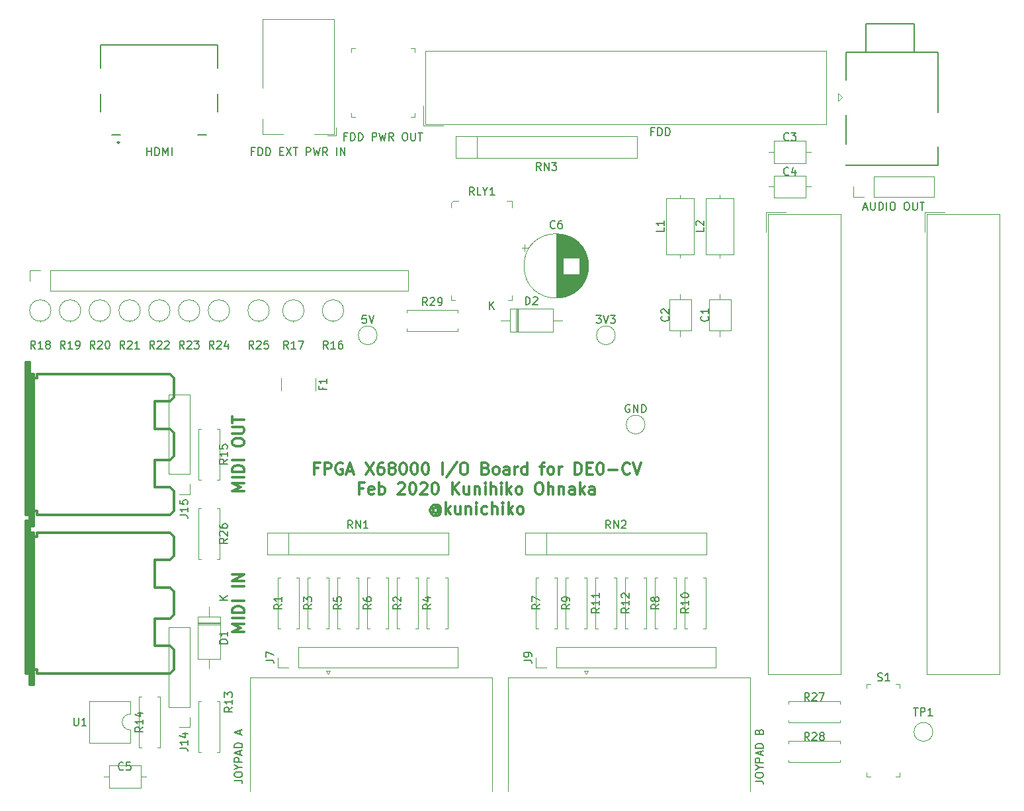
<source format=gto>
G04 #@! TF.GenerationSoftware,KiCad,Pcbnew,(5.1.5-0-10_14)*
G04 #@! TF.CreationDate,2020-02-16T14:34:08+09:00*
G04 #@! TF.ProjectId,F68K-IO,4636384b-2d49-44f2-9e6b-696361645f70,rev?*
G04 #@! TF.SameCoordinates,Original*
G04 #@! TF.FileFunction,Legend,Top*
G04 #@! TF.FilePolarity,Positive*
%FSLAX46Y46*%
G04 Gerber Fmt 4.6, Leading zero omitted, Abs format (unit mm)*
G04 Created by KiCad (PCBNEW (5.1.5-0-10_14)) date 2020-02-16 14:34:08*
%MOMM*%
%LPD*%
G04 APERTURE LIST*
%ADD10C,0.300000*%
%ADD11C,0.304800*%
%ADD12C,0.120000*%
%ADD13C,0.100000*%
%ADD14C,0.240000*%
%ADD15C,0.127000*%
%ADD16C,0.150000*%
G04 APERTURE END LIST*
D10*
X125764285Y-98307857D02*
X125264285Y-98307857D01*
X125264285Y-99093571D02*
X125264285Y-97593571D01*
X125978571Y-97593571D01*
X126550000Y-99093571D02*
X126550000Y-97593571D01*
X127121428Y-97593571D01*
X127264285Y-97665000D01*
X127335714Y-97736428D01*
X127407142Y-97879285D01*
X127407142Y-98093571D01*
X127335714Y-98236428D01*
X127264285Y-98307857D01*
X127121428Y-98379285D01*
X126550000Y-98379285D01*
X128835714Y-97665000D02*
X128692857Y-97593571D01*
X128478571Y-97593571D01*
X128264285Y-97665000D01*
X128121428Y-97807857D01*
X128050000Y-97950714D01*
X127978571Y-98236428D01*
X127978571Y-98450714D01*
X128050000Y-98736428D01*
X128121428Y-98879285D01*
X128264285Y-99022142D01*
X128478571Y-99093571D01*
X128621428Y-99093571D01*
X128835714Y-99022142D01*
X128907142Y-98950714D01*
X128907142Y-98450714D01*
X128621428Y-98450714D01*
X129478571Y-98665000D02*
X130192857Y-98665000D01*
X129335714Y-99093571D02*
X129835714Y-97593571D01*
X130335714Y-99093571D01*
X131835714Y-97593571D02*
X132835714Y-99093571D01*
X132835714Y-97593571D02*
X131835714Y-99093571D01*
X134050000Y-97593571D02*
X133764285Y-97593571D01*
X133621428Y-97665000D01*
X133550000Y-97736428D01*
X133407142Y-97950714D01*
X133335714Y-98236428D01*
X133335714Y-98807857D01*
X133407142Y-98950714D01*
X133478571Y-99022142D01*
X133621428Y-99093571D01*
X133907142Y-99093571D01*
X134050000Y-99022142D01*
X134121428Y-98950714D01*
X134192857Y-98807857D01*
X134192857Y-98450714D01*
X134121428Y-98307857D01*
X134050000Y-98236428D01*
X133907142Y-98165000D01*
X133621428Y-98165000D01*
X133478571Y-98236428D01*
X133407142Y-98307857D01*
X133335714Y-98450714D01*
X135050000Y-98236428D02*
X134907142Y-98165000D01*
X134835714Y-98093571D01*
X134764285Y-97950714D01*
X134764285Y-97879285D01*
X134835714Y-97736428D01*
X134907142Y-97665000D01*
X135050000Y-97593571D01*
X135335714Y-97593571D01*
X135478571Y-97665000D01*
X135550000Y-97736428D01*
X135621428Y-97879285D01*
X135621428Y-97950714D01*
X135550000Y-98093571D01*
X135478571Y-98165000D01*
X135335714Y-98236428D01*
X135050000Y-98236428D01*
X134907142Y-98307857D01*
X134835714Y-98379285D01*
X134764285Y-98522142D01*
X134764285Y-98807857D01*
X134835714Y-98950714D01*
X134907142Y-99022142D01*
X135050000Y-99093571D01*
X135335714Y-99093571D01*
X135478571Y-99022142D01*
X135550000Y-98950714D01*
X135621428Y-98807857D01*
X135621428Y-98522142D01*
X135550000Y-98379285D01*
X135478571Y-98307857D01*
X135335714Y-98236428D01*
X136550000Y-97593571D02*
X136692857Y-97593571D01*
X136835714Y-97665000D01*
X136907142Y-97736428D01*
X136978571Y-97879285D01*
X137050000Y-98165000D01*
X137050000Y-98522142D01*
X136978571Y-98807857D01*
X136907142Y-98950714D01*
X136835714Y-99022142D01*
X136692857Y-99093571D01*
X136550000Y-99093571D01*
X136407142Y-99022142D01*
X136335714Y-98950714D01*
X136264285Y-98807857D01*
X136192857Y-98522142D01*
X136192857Y-98165000D01*
X136264285Y-97879285D01*
X136335714Y-97736428D01*
X136407142Y-97665000D01*
X136550000Y-97593571D01*
X137978571Y-97593571D02*
X138121428Y-97593571D01*
X138264285Y-97665000D01*
X138335714Y-97736428D01*
X138407142Y-97879285D01*
X138478571Y-98165000D01*
X138478571Y-98522142D01*
X138407142Y-98807857D01*
X138335714Y-98950714D01*
X138264285Y-99022142D01*
X138121428Y-99093571D01*
X137978571Y-99093571D01*
X137835714Y-99022142D01*
X137764285Y-98950714D01*
X137692857Y-98807857D01*
X137621428Y-98522142D01*
X137621428Y-98165000D01*
X137692857Y-97879285D01*
X137764285Y-97736428D01*
X137835714Y-97665000D01*
X137978571Y-97593571D01*
X139407142Y-97593571D02*
X139550000Y-97593571D01*
X139692857Y-97665000D01*
X139764285Y-97736428D01*
X139835714Y-97879285D01*
X139907142Y-98165000D01*
X139907142Y-98522142D01*
X139835714Y-98807857D01*
X139764285Y-98950714D01*
X139692857Y-99022142D01*
X139550000Y-99093571D01*
X139407142Y-99093571D01*
X139264285Y-99022142D01*
X139192857Y-98950714D01*
X139121428Y-98807857D01*
X139050000Y-98522142D01*
X139050000Y-98165000D01*
X139121428Y-97879285D01*
X139192857Y-97736428D01*
X139264285Y-97665000D01*
X139407142Y-97593571D01*
X141692857Y-99093571D02*
X141692857Y-97593571D01*
X143478571Y-97522142D02*
X142192857Y-99450714D01*
X144264285Y-97593571D02*
X144550000Y-97593571D01*
X144692857Y-97665000D01*
X144835714Y-97807857D01*
X144907142Y-98093571D01*
X144907142Y-98593571D01*
X144835714Y-98879285D01*
X144692857Y-99022142D01*
X144550000Y-99093571D01*
X144264285Y-99093571D01*
X144121428Y-99022142D01*
X143978571Y-98879285D01*
X143907142Y-98593571D01*
X143907142Y-98093571D01*
X143978571Y-97807857D01*
X144121428Y-97665000D01*
X144264285Y-97593571D01*
X147192857Y-98307857D02*
X147407142Y-98379285D01*
X147478571Y-98450714D01*
X147550000Y-98593571D01*
X147550000Y-98807857D01*
X147478571Y-98950714D01*
X147407142Y-99022142D01*
X147264285Y-99093571D01*
X146692857Y-99093571D01*
X146692857Y-97593571D01*
X147192857Y-97593571D01*
X147335714Y-97665000D01*
X147407142Y-97736428D01*
X147478571Y-97879285D01*
X147478571Y-98022142D01*
X147407142Y-98165000D01*
X147335714Y-98236428D01*
X147192857Y-98307857D01*
X146692857Y-98307857D01*
X148407142Y-99093571D02*
X148264285Y-99022142D01*
X148192857Y-98950714D01*
X148121428Y-98807857D01*
X148121428Y-98379285D01*
X148192857Y-98236428D01*
X148264285Y-98165000D01*
X148407142Y-98093571D01*
X148621428Y-98093571D01*
X148764285Y-98165000D01*
X148835714Y-98236428D01*
X148907142Y-98379285D01*
X148907142Y-98807857D01*
X148835714Y-98950714D01*
X148764285Y-99022142D01*
X148621428Y-99093571D01*
X148407142Y-99093571D01*
X150192857Y-99093571D02*
X150192857Y-98307857D01*
X150121428Y-98165000D01*
X149978571Y-98093571D01*
X149692857Y-98093571D01*
X149550000Y-98165000D01*
X150192857Y-99022142D02*
X150050000Y-99093571D01*
X149692857Y-99093571D01*
X149550000Y-99022142D01*
X149478571Y-98879285D01*
X149478571Y-98736428D01*
X149550000Y-98593571D01*
X149692857Y-98522142D01*
X150050000Y-98522142D01*
X150192857Y-98450714D01*
X150907142Y-99093571D02*
X150907142Y-98093571D01*
X150907142Y-98379285D02*
X150978571Y-98236428D01*
X151050000Y-98165000D01*
X151192857Y-98093571D01*
X151335714Y-98093571D01*
X152478571Y-99093571D02*
X152478571Y-97593571D01*
X152478571Y-99022142D02*
X152335714Y-99093571D01*
X152050000Y-99093571D01*
X151907142Y-99022142D01*
X151835714Y-98950714D01*
X151764285Y-98807857D01*
X151764285Y-98379285D01*
X151835714Y-98236428D01*
X151907142Y-98165000D01*
X152050000Y-98093571D01*
X152335714Y-98093571D01*
X152478571Y-98165000D01*
X154121428Y-98093571D02*
X154692857Y-98093571D01*
X154335714Y-99093571D02*
X154335714Y-97807857D01*
X154407142Y-97665000D01*
X154550000Y-97593571D01*
X154692857Y-97593571D01*
X155407142Y-99093571D02*
X155264285Y-99022142D01*
X155192857Y-98950714D01*
X155121428Y-98807857D01*
X155121428Y-98379285D01*
X155192857Y-98236428D01*
X155264285Y-98165000D01*
X155407142Y-98093571D01*
X155621428Y-98093571D01*
X155764285Y-98165000D01*
X155835714Y-98236428D01*
X155907142Y-98379285D01*
X155907142Y-98807857D01*
X155835714Y-98950714D01*
X155764285Y-99022142D01*
X155621428Y-99093571D01*
X155407142Y-99093571D01*
X156550000Y-99093571D02*
X156550000Y-98093571D01*
X156550000Y-98379285D02*
X156621428Y-98236428D01*
X156692857Y-98165000D01*
X156835714Y-98093571D01*
X156978571Y-98093571D01*
X158621428Y-99093571D02*
X158621428Y-97593571D01*
X158978571Y-97593571D01*
X159192857Y-97665000D01*
X159335714Y-97807857D01*
X159407142Y-97950714D01*
X159478571Y-98236428D01*
X159478571Y-98450714D01*
X159407142Y-98736428D01*
X159335714Y-98879285D01*
X159192857Y-99022142D01*
X158978571Y-99093571D01*
X158621428Y-99093571D01*
X160121428Y-98307857D02*
X160621428Y-98307857D01*
X160835714Y-99093571D02*
X160121428Y-99093571D01*
X160121428Y-97593571D01*
X160835714Y-97593571D01*
X161764285Y-97593571D02*
X161907142Y-97593571D01*
X162050000Y-97665000D01*
X162121428Y-97736428D01*
X162192857Y-97879285D01*
X162264285Y-98165000D01*
X162264285Y-98522142D01*
X162192857Y-98807857D01*
X162121428Y-98950714D01*
X162050000Y-99022142D01*
X161907142Y-99093571D01*
X161764285Y-99093571D01*
X161621428Y-99022142D01*
X161550000Y-98950714D01*
X161478571Y-98807857D01*
X161407142Y-98522142D01*
X161407142Y-98165000D01*
X161478571Y-97879285D01*
X161550000Y-97736428D01*
X161621428Y-97665000D01*
X161764285Y-97593571D01*
X162907142Y-98522142D02*
X164050000Y-98522142D01*
X165621428Y-98950714D02*
X165550000Y-99022142D01*
X165335714Y-99093571D01*
X165192857Y-99093571D01*
X164978571Y-99022142D01*
X164835714Y-98879285D01*
X164764285Y-98736428D01*
X164692857Y-98450714D01*
X164692857Y-98236428D01*
X164764285Y-97950714D01*
X164835714Y-97807857D01*
X164978571Y-97665000D01*
X165192857Y-97593571D01*
X165335714Y-97593571D01*
X165550000Y-97665000D01*
X165621428Y-97736428D01*
X166050000Y-97593571D02*
X166550000Y-99093571D01*
X167050000Y-97593571D01*
X131478571Y-100857857D02*
X130978571Y-100857857D01*
X130978571Y-101643571D02*
X130978571Y-100143571D01*
X131692857Y-100143571D01*
X132835714Y-101572142D02*
X132692857Y-101643571D01*
X132407142Y-101643571D01*
X132264285Y-101572142D01*
X132192857Y-101429285D01*
X132192857Y-100857857D01*
X132264285Y-100715000D01*
X132407142Y-100643571D01*
X132692857Y-100643571D01*
X132835714Y-100715000D01*
X132907142Y-100857857D01*
X132907142Y-101000714D01*
X132192857Y-101143571D01*
X133550000Y-101643571D02*
X133550000Y-100143571D01*
X133550000Y-100715000D02*
X133692857Y-100643571D01*
X133978571Y-100643571D01*
X134121428Y-100715000D01*
X134192857Y-100786428D01*
X134264285Y-100929285D01*
X134264285Y-101357857D01*
X134192857Y-101500714D01*
X134121428Y-101572142D01*
X133978571Y-101643571D01*
X133692857Y-101643571D01*
X133550000Y-101572142D01*
X135978571Y-100286428D02*
X136050000Y-100215000D01*
X136192857Y-100143571D01*
X136550000Y-100143571D01*
X136692857Y-100215000D01*
X136764285Y-100286428D01*
X136835714Y-100429285D01*
X136835714Y-100572142D01*
X136764285Y-100786428D01*
X135907142Y-101643571D01*
X136835714Y-101643571D01*
X137764285Y-100143571D02*
X137907142Y-100143571D01*
X138050000Y-100215000D01*
X138121428Y-100286428D01*
X138192857Y-100429285D01*
X138264285Y-100715000D01*
X138264285Y-101072142D01*
X138192857Y-101357857D01*
X138121428Y-101500714D01*
X138050000Y-101572142D01*
X137907142Y-101643571D01*
X137764285Y-101643571D01*
X137621428Y-101572142D01*
X137550000Y-101500714D01*
X137478571Y-101357857D01*
X137407142Y-101072142D01*
X137407142Y-100715000D01*
X137478571Y-100429285D01*
X137550000Y-100286428D01*
X137621428Y-100215000D01*
X137764285Y-100143571D01*
X138835714Y-100286428D02*
X138907142Y-100215000D01*
X139050000Y-100143571D01*
X139407142Y-100143571D01*
X139550000Y-100215000D01*
X139621428Y-100286428D01*
X139692857Y-100429285D01*
X139692857Y-100572142D01*
X139621428Y-100786428D01*
X138764285Y-101643571D01*
X139692857Y-101643571D01*
X140621428Y-100143571D02*
X140764285Y-100143571D01*
X140907142Y-100215000D01*
X140978571Y-100286428D01*
X141050000Y-100429285D01*
X141121428Y-100715000D01*
X141121428Y-101072142D01*
X141050000Y-101357857D01*
X140978571Y-101500714D01*
X140907142Y-101572142D01*
X140764285Y-101643571D01*
X140621428Y-101643571D01*
X140478571Y-101572142D01*
X140407142Y-101500714D01*
X140335714Y-101357857D01*
X140264285Y-101072142D01*
X140264285Y-100715000D01*
X140335714Y-100429285D01*
X140407142Y-100286428D01*
X140478571Y-100215000D01*
X140621428Y-100143571D01*
X142907142Y-101643571D02*
X142907142Y-100143571D01*
X143764285Y-101643571D02*
X143121428Y-100786428D01*
X143764285Y-100143571D02*
X142907142Y-101000714D01*
X145050000Y-100643571D02*
X145050000Y-101643571D01*
X144407142Y-100643571D02*
X144407142Y-101429285D01*
X144478571Y-101572142D01*
X144621428Y-101643571D01*
X144835714Y-101643571D01*
X144978571Y-101572142D01*
X145050000Y-101500714D01*
X145764285Y-100643571D02*
X145764285Y-101643571D01*
X145764285Y-100786428D02*
X145835714Y-100715000D01*
X145978571Y-100643571D01*
X146192857Y-100643571D01*
X146335714Y-100715000D01*
X146407142Y-100857857D01*
X146407142Y-101643571D01*
X147121428Y-101643571D02*
X147121428Y-100643571D01*
X147121428Y-100143571D02*
X147050000Y-100215000D01*
X147121428Y-100286428D01*
X147192857Y-100215000D01*
X147121428Y-100143571D01*
X147121428Y-100286428D01*
X147835714Y-101643571D02*
X147835714Y-100143571D01*
X148478571Y-101643571D02*
X148478571Y-100857857D01*
X148407142Y-100715000D01*
X148264285Y-100643571D01*
X148050000Y-100643571D01*
X147907142Y-100715000D01*
X147835714Y-100786428D01*
X149192857Y-101643571D02*
X149192857Y-100643571D01*
X149192857Y-100143571D02*
X149121428Y-100215000D01*
X149192857Y-100286428D01*
X149264285Y-100215000D01*
X149192857Y-100143571D01*
X149192857Y-100286428D01*
X149907142Y-101643571D02*
X149907142Y-100143571D01*
X150050000Y-101072142D02*
X150478571Y-101643571D01*
X150478571Y-100643571D02*
X149907142Y-101215000D01*
X151335714Y-101643571D02*
X151192857Y-101572142D01*
X151121428Y-101500714D01*
X151050000Y-101357857D01*
X151050000Y-100929285D01*
X151121428Y-100786428D01*
X151192857Y-100715000D01*
X151335714Y-100643571D01*
X151550000Y-100643571D01*
X151692857Y-100715000D01*
X151764285Y-100786428D01*
X151835714Y-100929285D01*
X151835714Y-101357857D01*
X151764285Y-101500714D01*
X151692857Y-101572142D01*
X151550000Y-101643571D01*
X151335714Y-101643571D01*
X153907142Y-100143571D02*
X154192857Y-100143571D01*
X154335714Y-100215000D01*
X154478571Y-100357857D01*
X154550000Y-100643571D01*
X154550000Y-101143571D01*
X154478571Y-101429285D01*
X154335714Y-101572142D01*
X154192857Y-101643571D01*
X153907142Y-101643571D01*
X153764285Y-101572142D01*
X153621428Y-101429285D01*
X153550000Y-101143571D01*
X153550000Y-100643571D01*
X153621428Y-100357857D01*
X153764285Y-100215000D01*
X153907142Y-100143571D01*
X155192857Y-101643571D02*
X155192857Y-100143571D01*
X155835714Y-101643571D02*
X155835714Y-100857857D01*
X155764285Y-100715000D01*
X155621428Y-100643571D01*
X155407142Y-100643571D01*
X155264285Y-100715000D01*
X155192857Y-100786428D01*
X156550000Y-100643571D02*
X156550000Y-101643571D01*
X156550000Y-100786428D02*
X156621428Y-100715000D01*
X156764285Y-100643571D01*
X156978571Y-100643571D01*
X157121428Y-100715000D01*
X157192857Y-100857857D01*
X157192857Y-101643571D01*
X158550000Y-101643571D02*
X158550000Y-100857857D01*
X158478571Y-100715000D01*
X158335714Y-100643571D01*
X158050000Y-100643571D01*
X157907142Y-100715000D01*
X158550000Y-101572142D02*
X158407142Y-101643571D01*
X158050000Y-101643571D01*
X157907142Y-101572142D01*
X157835714Y-101429285D01*
X157835714Y-101286428D01*
X157907142Y-101143571D01*
X158050000Y-101072142D01*
X158407142Y-101072142D01*
X158550000Y-101000714D01*
X159264285Y-101643571D02*
X159264285Y-100143571D01*
X159407142Y-101072142D02*
X159835714Y-101643571D01*
X159835714Y-100643571D02*
X159264285Y-101215000D01*
X161121428Y-101643571D02*
X161121428Y-100857857D01*
X161050000Y-100715000D01*
X160907142Y-100643571D01*
X160621428Y-100643571D01*
X160478571Y-100715000D01*
X161121428Y-101572142D02*
X160978571Y-101643571D01*
X160621428Y-101643571D01*
X160478571Y-101572142D01*
X160407142Y-101429285D01*
X160407142Y-101286428D01*
X160478571Y-101143571D01*
X160621428Y-101072142D01*
X160978571Y-101072142D01*
X161121428Y-101000714D01*
X141085714Y-103479285D02*
X141014285Y-103407857D01*
X140871428Y-103336428D01*
X140728571Y-103336428D01*
X140585714Y-103407857D01*
X140514285Y-103479285D01*
X140442857Y-103622142D01*
X140442857Y-103765000D01*
X140514285Y-103907857D01*
X140585714Y-103979285D01*
X140728571Y-104050714D01*
X140871428Y-104050714D01*
X141014285Y-103979285D01*
X141085714Y-103907857D01*
X141085714Y-103336428D02*
X141085714Y-103907857D01*
X141157142Y-103979285D01*
X141228571Y-103979285D01*
X141371428Y-103907857D01*
X141442857Y-103765000D01*
X141442857Y-103407857D01*
X141300000Y-103193571D01*
X141085714Y-103050714D01*
X140800000Y-102979285D01*
X140514285Y-103050714D01*
X140300000Y-103193571D01*
X140157142Y-103407857D01*
X140085714Y-103693571D01*
X140157142Y-103979285D01*
X140300000Y-104193571D01*
X140514285Y-104336428D01*
X140800000Y-104407857D01*
X141085714Y-104336428D01*
X141300000Y-104193571D01*
X142085714Y-104193571D02*
X142085714Y-102693571D01*
X142228571Y-103622142D02*
X142657142Y-104193571D01*
X142657142Y-103193571D02*
X142085714Y-103765000D01*
X143942857Y-103193571D02*
X143942857Y-104193571D01*
X143300000Y-103193571D02*
X143300000Y-103979285D01*
X143371428Y-104122142D01*
X143514285Y-104193571D01*
X143728571Y-104193571D01*
X143871428Y-104122142D01*
X143942857Y-104050714D01*
X144657142Y-103193571D02*
X144657142Y-104193571D01*
X144657142Y-103336428D02*
X144728571Y-103265000D01*
X144871428Y-103193571D01*
X145085714Y-103193571D01*
X145228571Y-103265000D01*
X145300000Y-103407857D01*
X145300000Y-104193571D01*
X146014285Y-104193571D02*
X146014285Y-103193571D01*
X146014285Y-102693571D02*
X145942857Y-102765000D01*
X146014285Y-102836428D01*
X146085714Y-102765000D01*
X146014285Y-102693571D01*
X146014285Y-102836428D01*
X147371428Y-104122142D02*
X147228571Y-104193571D01*
X146942857Y-104193571D01*
X146800000Y-104122142D01*
X146728571Y-104050714D01*
X146657142Y-103907857D01*
X146657142Y-103479285D01*
X146728571Y-103336428D01*
X146800000Y-103265000D01*
X146942857Y-103193571D01*
X147228571Y-103193571D01*
X147371428Y-103265000D01*
X148014285Y-104193571D02*
X148014285Y-102693571D01*
X148657142Y-104193571D02*
X148657142Y-103407857D01*
X148585714Y-103265000D01*
X148442857Y-103193571D01*
X148228571Y-103193571D01*
X148085714Y-103265000D01*
X148014285Y-103336428D01*
X149371428Y-104193571D02*
X149371428Y-103193571D01*
X149371428Y-102693571D02*
X149300000Y-102765000D01*
X149371428Y-102836428D01*
X149442857Y-102765000D01*
X149371428Y-102693571D01*
X149371428Y-102836428D01*
X150085714Y-104193571D02*
X150085714Y-102693571D01*
X150228571Y-103622142D02*
X150657142Y-104193571D01*
X150657142Y-103193571D02*
X150085714Y-103765000D01*
X151514285Y-104193571D02*
X151371428Y-104122142D01*
X151300000Y-104050714D01*
X151228571Y-103907857D01*
X151228571Y-103479285D01*
X151300000Y-103336428D01*
X151371428Y-103265000D01*
X151514285Y-103193571D01*
X151728571Y-103193571D01*
X151871428Y-103265000D01*
X151942857Y-103336428D01*
X152014285Y-103479285D01*
X152014285Y-103907857D01*
X151942857Y-104050714D01*
X151871428Y-104122142D01*
X151728571Y-104193571D01*
X151514285Y-104193571D01*
D11*
X89291160Y-105750360D02*
X88790780Y-105750360D01*
X88290400Y-84749640D02*
X88790780Y-84749640D01*
X89789000Y-86751160D02*
X89291160Y-86751160D01*
X89291160Y-103748840D02*
X89789000Y-103748840D01*
X89789000Y-86250780D02*
X89789000Y-86751160D01*
X89789000Y-104249220D02*
X89789000Y-103748840D01*
X89291160Y-86250780D02*
X89291160Y-105750360D01*
X88790780Y-86250780D02*
X89291160Y-86250780D01*
X88790780Y-84749640D02*
X88790780Y-86250780D01*
X88290400Y-104249220D02*
X88290400Y-84749640D01*
X88790780Y-104249220D02*
X88290400Y-104249220D01*
X88790780Y-105750360D02*
X88790780Y-104249220D01*
X106789220Y-97248980D02*
X104790240Y-97248980D01*
X107289600Y-96751140D02*
X106789220Y-97248980D01*
X107289600Y-93748860D02*
X107289600Y-96751140D01*
X106789220Y-93251020D02*
X104790240Y-93251020D01*
X107289600Y-93748860D02*
X106789220Y-93251020D01*
X104790240Y-100749100D02*
X104790240Y-97248980D01*
X106789220Y-100749100D02*
X104790240Y-100749100D01*
X107289600Y-101249480D02*
X106789220Y-100749100D01*
X107289600Y-101749860D02*
X107289600Y-101249480D01*
X107289600Y-103748840D02*
X107289600Y-101749860D01*
X106789220Y-104249220D02*
X107289600Y-103748840D01*
X106789220Y-104249220D02*
X89789000Y-104249220D01*
X104790240Y-89750900D02*
X104790240Y-93251020D01*
X106789220Y-89750900D02*
X104790240Y-89750900D01*
X107289600Y-89250520D02*
X106789220Y-89750900D01*
X107289600Y-86751160D02*
X107289600Y-89250520D01*
X106789220Y-86250780D02*
X107289600Y-86751160D01*
X106789220Y-86250780D02*
X89789000Y-86250780D01*
X88539320Y-84749640D02*
X88539320Y-104249220D01*
X88790780Y-104249220D02*
X88790780Y-86250780D01*
X89039700Y-86250780D02*
X89039700Y-105750360D01*
D12*
X110390000Y-99790000D02*
X110720000Y-99790000D01*
X110390000Y-93250000D02*
X110390000Y-99790000D01*
X110720000Y-93250000D02*
X110390000Y-93250000D01*
X113130000Y-99790000D02*
X112800000Y-99790000D01*
X113130000Y-93250000D02*
X113130000Y-99790000D01*
X112800000Y-93250000D02*
X113130000Y-93250000D01*
X110390000Y-109950000D02*
X110720000Y-109950000D01*
X110390000Y-103410000D02*
X110390000Y-109950000D01*
X110720000Y-103410000D02*
X110390000Y-103410000D01*
X113130000Y-109950000D02*
X112800000Y-109950000D01*
X113130000Y-103410000D02*
X113130000Y-109950000D01*
X112800000Y-103410000D02*
X113130000Y-103410000D01*
X118110000Y-79475000D02*
X118110000Y-79545000D01*
X119480000Y-78105000D02*
G75*
G03X119480000Y-78105000I-1370000J0D01*
G01*
X113030000Y-79475000D02*
X113030000Y-79545000D01*
X114400000Y-78105000D02*
G75*
G03X114400000Y-78105000I-1370000J0D01*
G01*
X109220000Y-79475000D02*
X109220000Y-79545000D01*
X110590000Y-78105000D02*
G75*
G03X110590000Y-78105000I-1370000J0D01*
G01*
X105410000Y-79475000D02*
X105410000Y-79545000D01*
X106780000Y-78105000D02*
G75*
G03X106780000Y-78105000I-1370000J0D01*
G01*
X101600000Y-79475000D02*
X101600000Y-79545000D01*
X102970000Y-78105000D02*
G75*
G03X102970000Y-78105000I-1370000J0D01*
G01*
X97790000Y-79475000D02*
X97790000Y-79545000D01*
X99160000Y-78105000D02*
G75*
G03X99160000Y-78105000I-1370000J0D01*
G01*
X93980000Y-79475000D02*
X93980000Y-79545000D01*
X95350000Y-78105000D02*
G75*
G03X95350000Y-78105000I-1370000J0D01*
G01*
X90170000Y-79475000D02*
X90170000Y-79545000D01*
X91540000Y-78105000D02*
G75*
G03X91540000Y-78105000I-1370000J0D01*
G01*
X122555000Y-79475000D02*
X122555000Y-79545000D01*
X123925000Y-78105000D02*
G75*
G03X123925000Y-78105000I-1370000J0D01*
G01*
X127635000Y-79475000D02*
X127635000Y-79545000D01*
X129005000Y-78105000D02*
G75*
G03X129005000Y-78105000I-1370000J0D01*
G01*
X167570000Y-92710000D02*
G75*
G03X167570000Y-92710000I-1200000J0D01*
G01*
X133280000Y-81280000D02*
G75*
G03X133280000Y-81280000I-1200000J0D01*
G01*
X163760000Y-81280000D02*
G75*
G03X163760000Y-81280000I-1200000J0D01*
G01*
X127000000Y-124678675D02*
X126750000Y-124245662D01*
X127250000Y-124245662D02*
X127000000Y-124678675D01*
X126750000Y-124245662D02*
X127250000Y-124245662D01*
X148025000Y-125140000D02*
X148025000Y-139680000D01*
X117055000Y-125140000D02*
X148025000Y-125140000D01*
X117055000Y-139680000D02*
X117055000Y-125140000D01*
D13*
X150520000Y-76780000D02*
X150070000Y-76780000D01*
X150520000Y-76155000D02*
X150520000Y-76780000D01*
X142770000Y-76780000D02*
X142770000Y-76180000D01*
X143195000Y-76780000D02*
X142770000Y-76780000D01*
X143145000Y-76780000D02*
X143245000Y-76780000D01*
X150520000Y-64030000D02*
X149845000Y-64030000D01*
X150520000Y-64905000D02*
X150520000Y-64030000D01*
X143045000Y-64030000D02*
X143720000Y-64030000D01*
X142770000Y-64305000D02*
X143045000Y-64030000D01*
X142770000Y-64905000D02*
X142770000Y-64305000D01*
X138080000Y-53295000D02*
X137580000Y-53295000D01*
X138080000Y-53295000D02*
X138080000Y-52795000D01*
X129980000Y-53295000D02*
X130480000Y-53295000D01*
X129980000Y-53295000D02*
X129980000Y-52795000D01*
X129980000Y-44495000D02*
X129980000Y-44995000D01*
X129980000Y-44495000D02*
X130480000Y-44495000D01*
X138080000Y-44495000D02*
X137580000Y-44495000D01*
X138080000Y-44495000D02*
X138080000Y-44995000D01*
D12*
X143605000Y-80745000D02*
X143605000Y-80415000D01*
X137065000Y-80745000D02*
X143605000Y-80745000D01*
X137065000Y-80415000D02*
X137065000Y-80745000D01*
X143605000Y-78005000D02*
X143605000Y-78335000D01*
X137065000Y-78005000D02*
X143605000Y-78005000D01*
X137065000Y-78335000D02*
X137065000Y-78005000D01*
X127790000Y-55510000D02*
X125190000Y-55510000D01*
X127790000Y-40810000D02*
X127790000Y-55510000D01*
X118590000Y-55510000D02*
X118590000Y-53610000D01*
X121290000Y-55510000D02*
X118590000Y-55510000D01*
X118590000Y-40810000D02*
X127790000Y-40810000D01*
X118590000Y-49610000D02*
X118590000Y-40810000D01*
X127990000Y-54660000D02*
X127990000Y-55710000D01*
X126940000Y-55710000D02*
X127990000Y-55710000D01*
X151095000Y-77905000D02*
X151095000Y-80845000D01*
X151335000Y-77905000D02*
X151335000Y-80845000D01*
X151215000Y-77905000D02*
X151215000Y-80845000D01*
X156975000Y-79375000D02*
X155755000Y-79375000D01*
X149095000Y-79375000D02*
X150315000Y-79375000D01*
X155755000Y-77905000D02*
X150315000Y-77905000D01*
X155755000Y-80845000D02*
X155755000Y-77905000D01*
X150315000Y-80845000D02*
X155755000Y-80845000D01*
X150315000Y-77905000D02*
X150315000Y-80845000D01*
X152195302Y-69675000D02*
X152195302Y-70475000D01*
X151795302Y-70075000D02*
X152595302Y-70075000D01*
X160286000Y-71857000D02*
X160286000Y-72923000D01*
X160246000Y-71622000D02*
X160246000Y-73158000D01*
X160206000Y-71442000D02*
X160206000Y-73338000D01*
X160166000Y-71292000D02*
X160166000Y-73488000D01*
X160126000Y-71161000D02*
X160126000Y-73619000D01*
X160086000Y-71044000D02*
X160086000Y-73736000D01*
X160046000Y-70937000D02*
X160046000Y-73843000D01*
X160006000Y-70838000D02*
X160006000Y-73942000D01*
X159966000Y-70745000D02*
X159966000Y-74035000D01*
X159926000Y-70659000D02*
X159926000Y-74121000D01*
X159886000Y-70577000D02*
X159886000Y-74203000D01*
X159846000Y-70500000D02*
X159846000Y-74280000D01*
X159806000Y-70426000D02*
X159806000Y-74354000D01*
X159766000Y-70356000D02*
X159766000Y-74424000D01*
X159726000Y-70288000D02*
X159726000Y-74492000D01*
X159686000Y-70224000D02*
X159686000Y-74556000D01*
X159646000Y-70162000D02*
X159646000Y-74618000D01*
X159606000Y-70103000D02*
X159606000Y-74677000D01*
X159566000Y-70045000D02*
X159566000Y-74735000D01*
X159526000Y-69990000D02*
X159526000Y-74790000D01*
X159486000Y-69936000D02*
X159486000Y-74844000D01*
X159446000Y-69885000D02*
X159446000Y-74895000D01*
X159406000Y-69834000D02*
X159406000Y-74946000D01*
X159366000Y-69786000D02*
X159366000Y-74994000D01*
X159326000Y-69739000D02*
X159326000Y-75041000D01*
X159286000Y-69693000D02*
X159286000Y-75087000D01*
X159246000Y-69649000D02*
X159246000Y-75131000D01*
X159206000Y-69606000D02*
X159206000Y-75174000D01*
X159166000Y-69564000D02*
X159166000Y-75216000D01*
X159126000Y-73430000D02*
X159126000Y-75257000D01*
X159126000Y-69523000D02*
X159126000Y-71350000D01*
X159086000Y-73430000D02*
X159086000Y-75297000D01*
X159086000Y-69483000D02*
X159086000Y-71350000D01*
X159046000Y-73430000D02*
X159046000Y-75335000D01*
X159046000Y-69445000D02*
X159046000Y-71350000D01*
X159006000Y-73430000D02*
X159006000Y-75373000D01*
X159006000Y-69407000D02*
X159006000Y-71350000D01*
X158966000Y-73430000D02*
X158966000Y-75409000D01*
X158966000Y-69371000D02*
X158966000Y-71350000D01*
X158926000Y-73430000D02*
X158926000Y-75445000D01*
X158926000Y-69335000D02*
X158926000Y-71350000D01*
X158886000Y-73430000D02*
X158886000Y-75480000D01*
X158886000Y-69300000D02*
X158886000Y-71350000D01*
X158846000Y-73430000D02*
X158846000Y-75514000D01*
X158846000Y-69266000D02*
X158846000Y-71350000D01*
X158806000Y-73430000D02*
X158806000Y-75546000D01*
X158806000Y-69234000D02*
X158806000Y-71350000D01*
X158766000Y-73430000D02*
X158766000Y-75579000D01*
X158766000Y-69201000D02*
X158766000Y-71350000D01*
X158726000Y-73430000D02*
X158726000Y-75610000D01*
X158726000Y-69170000D02*
X158726000Y-71350000D01*
X158686000Y-73430000D02*
X158686000Y-75640000D01*
X158686000Y-69140000D02*
X158686000Y-71350000D01*
X158646000Y-73430000D02*
X158646000Y-75670000D01*
X158646000Y-69110000D02*
X158646000Y-71350000D01*
X158606000Y-73430000D02*
X158606000Y-75699000D01*
X158606000Y-69081000D02*
X158606000Y-71350000D01*
X158566000Y-73430000D02*
X158566000Y-75728000D01*
X158566000Y-69052000D02*
X158566000Y-71350000D01*
X158526000Y-73430000D02*
X158526000Y-75755000D01*
X158526000Y-69025000D02*
X158526000Y-71350000D01*
X158486000Y-73430000D02*
X158486000Y-75782000D01*
X158486000Y-68998000D02*
X158486000Y-71350000D01*
X158446000Y-73430000D02*
X158446000Y-75808000D01*
X158446000Y-68972000D02*
X158446000Y-71350000D01*
X158406000Y-73430000D02*
X158406000Y-75834000D01*
X158406000Y-68946000D02*
X158406000Y-71350000D01*
X158366000Y-73430000D02*
X158366000Y-75859000D01*
X158366000Y-68921000D02*
X158366000Y-71350000D01*
X158326000Y-73430000D02*
X158326000Y-75883000D01*
X158326000Y-68897000D02*
X158326000Y-71350000D01*
X158286000Y-73430000D02*
X158286000Y-75907000D01*
X158286000Y-68873000D02*
X158286000Y-71350000D01*
X158246000Y-73430000D02*
X158246000Y-75930000D01*
X158246000Y-68850000D02*
X158246000Y-71350000D01*
X158206000Y-73430000D02*
X158206000Y-75952000D01*
X158206000Y-68828000D02*
X158206000Y-71350000D01*
X158166000Y-73430000D02*
X158166000Y-75974000D01*
X158166000Y-68806000D02*
X158166000Y-71350000D01*
X158126000Y-73430000D02*
X158126000Y-75996000D01*
X158126000Y-68784000D02*
X158126000Y-71350000D01*
X158086000Y-73430000D02*
X158086000Y-76017000D01*
X158086000Y-68763000D02*
X158086000Y-71350000D01*
X158046000Y-73430000D02*
X158046000Y-76037000D01*
X158046000Y-68743000D02*
X158046000Y-71350000D01*
X158006000Y-73430000D02*
X158006000Y-76056000D01*
X158006000Y-68724000D02*
X158006000Y-71350000D01*
X157966000Y-73430000D02*
X157966000Y-76076000D01*
X157966000Y-68704000D02*
X157966000Y-71350000D01*
X157926000Y-73430000D02*
X157926000Y-76094000D01*
X157926000Y-68686000D02*
X157926000Y-71350000D01*
X157886000Y-73430000D02*
X157886000Y-76112000D01*
X157886000Y-68668000D02*
X157886000Y-71350000D01*
X157846000Y-73430000D02*
X157846000Y-76130000D01*
X157846000Y-68650000D02*
X157846000Y-71350000D01*
X157806000Y-73430000D02*
X157806000Y-76147000D01*
X157806000Y-68633000D02*
X157806000Y-71350000D01*
X157766000Y-73430000D02*
X157766000Y-76164000D01*
X157766000Y-68616000D02*
X157766000Y-71350000D01*
X157726000Y-73430000D02*
X157726000Y-76180000D01*
X157726000Y-68600000D02*
X157726000Y-71350000D01*
X157686000Y-73430000D02*
X157686000Y-76195000D01*
X157686000Y-68585000D02*
X157686000Y-71350000D01*
X157646000Y-73430000D02*
X157646000Y-76211000D01*
X157646000Y-68569000D02*
X157646000Y-71350000D01*
X157606000Y-73430000D02*
X157606000Y-76225000D01*
X157606000Y-68555000D02*
X157606000Y-71350000D01*
X157566000Y-73430000D02*
X157566000Y-76240000D01*
X157566000Y-68540000D02*
X157566000Y-71350000D01*
X157526000Y-73430000D02*
X157526000Y-76253000D01*
X157526000Y-68527000D02*
X157526000Y-71350000D01*
X157486000Y-73430000D02*
X157486000Y-76267000D01*
X157486000Y-68513000D02*
X157486000Y-71350000D01*
X157446000Y-73430000D02*
X157446000Y-76279000D01*
X157446000Y-68501000D02*
X157446000Y-71350000D01*
X157406000Y-73430000D02*
X157406000Y-76292000D01*
X157406000Y-68488000D02*
X157406000Y-71350000D01*
X157366000Y-73430000D02*
X157366000Y-76304000D01*
X157366000Y-68476000D02*
X157366000Y-71350000D01*
X157326000Y-73430000D02*
X157326000Y-76315000D01*
X157326000Y-68465000D02*
X157326000Y-71350000D01*
X157286000Y-73430000D02*
X157286000Y-76326000D01*
X157286000Y-68454000D02*
X157286000Y-71350000D01*
X157246000Y-73430000D02*
X157246000Y-76337000D01*
X157246000Y-68443000D02*
X157246000Y-71350000D01*
X157206000Y-73430000D02*
X157206000Y-76347000D01*
X157206000Y-68433000D02*
X157206000Y-71350000D01*
X157166000Y-73430000D02*
X157166000Y-76357000D01*
X157166000Y-68423000D02*
X157166000Y-71350000D01*
X157126000Y-73430000D02*
X157126000Y-76366000D01*
X157126000Y-68414000D02*
X157126000Y-71350000D01*
X157086000Y-73430000D02*
X157086000Y-76375000D01*
X157086000Y-68405000D02*
X157086000Y-71350000D01*
X157046000Y-68396000D02*
X157046000Y-76384000D01*
X157006000Y-68388000D02*
X157006000Y-76392000D01*
X156966000Y-68380000D02*
X156966000Y-76400000D01*
X156926000Y-68373000D02*
X156926000Y-76407000D01*
X156885000Y-68366000D02*
X156885000Y-76414000D01*
X156845000Y-68360000D02*
X156845000Y-76420000D01*
X156805000Y-68353000D02*
X156805000Y-76427000D01*
X156765000Y-68348000D02*
X156765000Y-76432000D01*
X156725000Y-68342000D02*
X156725000Y-76438000D01*
X156685000Y-68338000D02*
X156685000Y-76442000D01*
X156645000Y-68333000D02*
X156645000Y-76447000D01*
X156605000Y-68329000D02*
X156605000Y-76451000D01*
X156565000Y-68325000D02*
X156565000Y-76455000D01*
X156525000Y-68322000D02*
X156525000Y-76458000D01*
X156485000Y-68319000D02*
X156485000Y-76461000D01*
X156445000Y-68316000D02*
X156445000Y-76464000D01*
X156405000Y-68314000D02*
X156405000Y-76466000D01*
X156365000Y-68313000D02*
X156365000Y-76467000D01*
X156325000Y-68311000D02*
X156325000Y-76469000D01*
X156285000Y-68310000D02*
X156285000Y-76470000D01*
X156245000Y-68310000D02*
X156245000Y-76470000D01*
X156205000Y-68310000D02*
X156205000Y-76470000D01*
X160325000Y-72390000D02*
G75*
G03X160325000Y-72390000I-4120000J0D01*
G01*
X88840000Y-74295000D02*
X88840000Y-72965000D01*
X88840000Y-72965000D02*
X90170000Y-72965000D01*
X91440000Y-72965000D02*
X137220000Y-72965000D01*
X137220000Y-75625000D02*
X137220000Y-72965000D01*
X91440000Y-75625000D02*
X137220000Y-75625000D01*
X91440000Y-75625000D02*
X91440000Y-72965000D01*
X183035000Y-65520000D02*
X185575000Y-65520000D01*
X183035000Y-65520000D02*
X183035000Y-68060000D01*
X183285000Y-65770000D02*
X192635000Y-65770000D01*
X183285000Y-124730000D02*
X183285000Y-65770000D01*
X192635000Y-124730000D02*
X183285000Y-124730000D01*
X192635000Y-65770000D02*
X192635000Y-124730000D01*
X204400000Y-132080000D02*
G75*
G03X204400000Y-132080000I-1200000J0D01*
G01*
D13*
X200156500Y-137840000D02*
X200156500Y-137340000D01*
X200156500Y-137840000D02*
X199656500Y-137840000D01*
X200156500Y-125940000D02*
X199656500Y-125940000D01*
X200156500Y-125940000D02*
X200156500Y-126440000D01*
X195956500Y-125940000D02*
X196456500Y-125940000D01*
X195956500Y-125940000D02*
X195956500Y-126440000D01*
X195956500Y-137840000D02*
X196456500Y-137840000D01*
X195956500Y-137840000D02*
X195956500Y-137340000D01*
D12*
X185960000Y-133250000D02*
X185960000Y-133580000D01*
X192500000Y-133250000D02*
X185960000Y-133250000D01*
X192500000Y-133580000D02*
X192500000Y-133250000D01*
X185960000Y-135990000D02*
X185960000Y-135660000D01*
X192500000Y-135990000D02*
X185960000Y-135990000D01*
X192500000Y-135660000D02*
X192500000Y-135990000D01*
X192500000Y-130910000D02*
X192500000Y-130580000D01*
X185960000Y-130910000D02*
X192500000Y-130910000D01*
X185960000Y-130580000D02*
X185960000Y-130910000D01*
X192500000Y-128170000D02*
X192500000Y-128500000D01*
X185960000Y-128170000D02*
X192500000Y-128170000D01*
X185960000Y-128500000D02*
X185960000Y-128170000D01*
X177165000Y-71350000D02*
X177165000Y-70930000D01*
X177165000Y-63270000D02*
X177165000Y-63690000D01*
X178935000Y-70930000D02*
X178935000Y-63690000D01*
X175395000Y-70930000D02*
X178935000Y-70930000D01*
X175395000Y-63690000D02*
X175395000Y-70930000D01*
X178935000Y-63690000D02*
X175395000Y-63690000D01*
X172085000Y-71350000D02*
X172085000Y-70930000D01*
X172085000Y-63270000D02*
X172085000Y-63690000D01*
X173855000Y-70930000D02*
X173855000Y-63690000D01*
X170315000Y-70930000D02*
X173855000Y-70930000D01*
X170315000Y-63690000D02*
X170315000Y-70930000D01*
X173855000Y-63690000D02*
X170315000Y-63690000D01*
X98315000Y-137795000D02*
X99005000Y-137795000D01*
X103735000Y-137795000D02*
X103045000Y-137795000D01*
X99005000Y-139215000D02*
X103045000Y-139215000D01*
X99005000Y-136375000D02*
X99005000Y-139215000D01*
X103045000Y-136375000D02*
X99005000Y-136375000D01*
X103045000Y-139215000D02*
X103045000Y-136375000D01*
X183405000Y-62230000D02*
X184095000Y-62230000D01*
X188825000Y-62230000D02*
X188135000Y-62230000D01*
X184095000Y-63650000D02*
X188135000Y-63650000D01*
X184095000Y-60810000D02*
X184095000Y-63650000D01*
X188135000Y-60810000D02*
X184095000Y-60810000D01*
X188135000Y-63650000D02*
X188135000Y-60810000D01*
X183405000Y-57785000D02*
X184095000Y-57785000D01*
X188825000Y-57785000D02*
X188135000Y-57785000D01*
X184095000Y-59205000D02*
X188135000Y-59205000D01*
X184095000Y-56365000D02*
X184095000Y-59205000D01*
X188135000Y-56365000D02*
X184095000Y-56365000D01*
X188135000Y-59205000D02*
X188135000Y-56365000D01*
X172085000Y-81390000D02*
X172085000Y-80700000D01*
X172085000Y-75970000D02*
X172085000Y-76660000D01*
X173505000Y-80700000D02*
X173505000Y-76660000D01*
X170665000Y-80700000D02*
X173505000Y-80700000D01*
X170665000Y-76660000D02*
X170665000Y-80700000D01*
X173505000Y-76660000D02*
X170665000Y-76660000D01*
X177165000Y-81390000D02*
X177165000Y-80700000D01*
X177165000Y-75970000D02*
X177165000Y-76660000D01*
X178585000Y-80700000D02*
X178585000Y-76660000D01*
X175745000Y-80700000D02*
X178585000Y-80700000D01*
X175745000Y-76660000D02*
X175745000Y-80700000D01*
X178585000Y-76660000D02*
X175745000Y-76660000D01*
D11*
X89291160Y-126070360D02*
X88790780Y-126070360D01*
X88290400Y-105069640D02*
X88790780Y-105069640D01*
X89789000Y-107071160D02*
X89291160Y-107071160D01*
X89291160Y-124068840D02*
X89789000Y-124068840D01*
X89789000Y-106570780D02*
X89789000Y-107071160D01*
X89789000Y-124569220D02*
X89789000Y-124068840D01*
X89291160Y-106570780D02*
X89291160Y-126070360D01*
X88790780Y-106570780D02*
X89291160Y-106570780D01*
X88790780Y-105069640D02*
X88790780Y-106570780D01*
X88290400Y-124569220D02*
X88290400Y-105069640D01*
X88790780Y-124569220D02*
X88290400Y-124569220D01*
X88790780Y-126070360D02*
X88790780Y-124569220D01*
X106789220Y-117568980D02*
X104790240Y-117568980D01*
X107289600Y-117071140D02*
X106789220Y-117568980D01*
X107289600Y-114068860D02*
X107289600Y-117071140D01*
X106789220Y-113571020D02*
X104790240Y-113571020D01*
X107289600Y-114068860D02*
X106789220Y-113571020D01*
X104790240Y-121069100D02*
X104790240Y-117568980D01*
X106789220Y-121069100D02*
X104790240Y-121069100D01*
X107289600Y-121569480D02*
X106789220Y-121069100D01*
X107289600Y-122069860D02*
X107289600Y-121569480D01*
X107289600Y-124068840D02*
X107289600Y-122069860D01*
X106789220Y-124569220D02*
X107289600Y-124068840D01*
X106789220Y-124569220D02*
X89789000Y-124569220D01*
X104790240Y-110070900D02*
X104790240Y-113571020D01*
X106789220Y-110070900D02*
X104790240Y-110070900D01*
X107289600Y-109570520D02*
X106789220Y-110070900D01*
X107289600Y-107071160D02*
X107289600Y-109570520D01*
X106789220Y-106570780D02*
X107289600Y-107071160D01*
X106789220Y-106570780D02*
X89789000Y-106570780D01*
X88539320Y-105069640D02*
X88539320Y-124569220D01*
X88790780Y-124569220D02*
X88790780Y-106570780D01*
X89039700Y-106570780D02*
X89039700Y-126070360D01*
D12*
X101660000Y-133460000D02*
X101660000Y-131810000D01*
X96460000Y-133460000D02*
X101660000Y-133460000D01*
X96460000Y-128160000D02*
X96460000Y-133460000D01*
X101660000Y-128160000D02*
X96460000Y-128160000D01*
X101660000Y-129810000D02*
X101660000Y-128160000D01*
X101660000Y-131810000D02*
G75*
G02X101660000Y-129810000I0J1000000D01*
G01*
X102770000Y-134080000D02*
X103100000Y-134080000D01*
X102770000Y-127540000D02*
X102770000Y-134080000D01*
X103100000Y-127540000D02*
X102770000Y-127540000D01*
X105510000Y-134080000D02*
X105180000Y-134080000D01*
X105510000Y-127540000D02*
X105510000Y-134080000D01*
X105180000Y-127540000D02*
X105510000Y-127540000D01*
X110390000Y-134715000D02*
X110720000Y-134715000D01*
X110390000Y-128175000D02*
X110390000Y-134715000D01*
X110720000Y-128175000D02*
X110390000Y-128175000D01*
X113130000Y-134715000D02*
X112800000Y-134715000D01*
X113130000Y-128175000D02*
X113130000Y-134715000D01*
X112800000Y-128175000D02*
X113130000Y-128175000D01*
X109280000Y-101660000D02*
X107950000Y-101660000D01*
X109280000Y-100330000D02*
X109280000Y-101660000D01*
X109280000Y-99060000D02*
X106620000Y-99060000D01*
X106620000Y-99060000D02*
X106620000Y-88840000D01*
X109280000Y-99060000D02*
X109280000Y-88840000D01*
X109280000Y-88840000D02*
X106620000Y-88840000D01*
X109280000Y-131505000D02*
X107950000Y-131505000D01*
X109280000Y-130175000D02*
X109280000Y-131505000D01*
X109280000Y-128905000D02*
X106620000Y-128905000D01*
X106620000Y-128905000D02*
X106620000Y-118685000D01*
X109280000Y-128905000D02*
X109280000Y-118685000D01*
X109280000Y-118685000D02*
X106620000Y-118685000D01*
D14*
X100280000Y-56560000D02*
G75*
G03X100280000Y-56560000I-120000J0D01*
G01*
D15*
X100460000Y-55610000D02*
X99360000Y-55610000D01*
X110360000Y-55610000D02*
X111460000Y-55610000D01*
X97910000Y-50310000D02*
X97910000Y-52660000D01*
X112910000Y-50310000D02*
X112910000Y-52660000D01*
X97910000Y-44060000D02*
X97910000Y-47010000D01*
X112910000Y-44060000D02*
X112910000Y-47010000D01*
X97910000Y-44060000D02*
X112910000Y-44060000D01*
D12*
X153610000Y-123885000D02*
X153610000Y-122555000D01*
X154940000Y-123885000D02*
X153610000Y-123885000D01*
X156210000Y-123885000D02*
X156210000Y-121225000D01*
X156210000Y-121225000D02*
X176590000Y-121225000D01*
X156210000Y-123885000D02*
X176590000Y-123885000D01*
X176590000Y-123885000D02*
X176590000Y-121225000D01*
X194250000Y-63560000D02*
X194250000Y-62230000D01*
X195580000Y-63560000D02*
X194250000Y-63560000D01*
X196850000Y-63560000D02*
X196850000Y-60900000D01*
X196850000Y-60900000D02*
X204530000Y-60900000D01*
X196850000Y-63560000D02*
X204530000Y-63560000D01*
X204530000Y-63560000D02*
X204530000Y-60900000D01*
X120590000Y-123885000D02*
X120590000Y-122555000D01*
X121920000Y-123885000D02*
X120590000Y-123885000D01*
X123190000Y-123885000D02*
X123190000Y-121225000D01*
X123190000Y-121225000D02*
X143570000Y-121225000D01*
X123190000Y-123885000D02*
X143570000Y-123885000D01*
X143570000Y-123885000D02*
X143570000Y-121225000D01*
X160020000Y-124678675D02*
X159770000Y-124245662D01*
X160270000Y-124245662D02*
X160020000Y-124678675D01*
X159770000Y-124245662D02*
X160270000Y-124245662D01*
X181045000Y-125140000D02*
X181045000Y-139680000D01*
X150075000Y-125140000D02*
X181045000Y-125140000D01*
X150075000Y-139680000D02*
X150075000Y-125140000D01*
X120980000Y-86772631D02*
X120980000Y-88367369D01*
X125400000Y-86772631D02*
X125400000Y-88367369D01*
X113230000Y-118075000D02*
X110290000Y-118075000D01*
X113230000Y-118315000D02*
X110290000Y-118315000D01*
X113230000Y-118195000D02*
X110290000Y-118195000D01*
X111760000Y-123955000D02*
X111760000Y-122735000D01*
X111760000Y-116075000D02*
X111760000Y-117295000D01*
X113230000Y-122735000D02*
X113230000Y-117295000D01*
X110290000Y-122735000D02*
X113230000Y-122735000D01*
X110290000Y-117295000D02*
X110290000Y-122735000D01*
X113230000Y-117295000D02*
X110290000Y-117295000D01*
X146050000Y-55750000D02*
X146050000Y-58550000D01*
X166540000Y-55750000D02*
X143340000Y-55750000D01*
X166540000Y-58550000D02*
X166540000Y-55750000D01*
X143340000Y-58550000D02*
X166540000Y-58550000D01*
X143340000Y-55750000D02*
X143340000Y-58550000D01*
X154940000Y-106550000D02*
X154940000Y-109350000D01*
X175430000Y-106550000D02*
X152230000Y-106550000D01*
X175430000Y-109350000D02*
X175430000Y-106550000D01*
X152230000Y-109350000D02*
X175430000Y-109350000D01*
X152230000Y-106550000D02*
X152230000Y-109350000D01*
X121920000Y-106550000D02*
X121920000Y-109350000D01*
X142410000Y-106550000D02*
X119210000Y-106550000D01*
X142410000Y-109350000D02*
X142410000Y-106550000D01*
X119210000Y-109350000D02*
X142410000Y-109350000D01*
X119210000Y-106550000D02*
X119210000Y-109350000D01*
X165000000Y-118840000D02*
X165330000Y-118840000D01*
X165000000Y-112300000D02*
X165000000Y-118840000D01*
X165330000Y-112300000D02*
X165000000Y-112300000D01*
X167740000Y-118840000D02*
X167410000Y-118840000D01*
X167740000Y-112300000D02*
X167740000Y-118840000D01*
X167410000Y-112300000D02*
X167740000Y-112300000D01*
X161190000Y-118840000D02*
X161520000Y-118840000D01*
X161190000Y-112300000D02*
X161190000Y-118840000D01*
X161520000Y-112300000D02*
X161190000Y-112300000D01*
X163930000Y-118840000D02*
X163600000Y-118840000D01*
X163930000Y-112300000D02*
X163930000Y-118840000D01*
X163600000Y-112300000D02*
X163930000Y-112300000D01*
X172620000Y-118840000D02*
X172950000Y-118840000D01*
X172620000Y-112300000D02*
X172620000Y-118840000D01*
X172950000Y-112300000D02*
X172620000Y-112300000D01*
X175360000Y-118840000D02*
X175030000Y-118840000D01*
X175360000Y-112300000D02*
X175360000Y-118840000D01*
X175030000Y-112300000D02*
X175360000Y-112300000D01*
X157380000Y-118840000D02*
X157710000Y-118840000D01*
X157380000Y-112300000D02*
X157380000Y-118840000D01*
X157710000Y-112300000D02*
X157380000Y-112300000D01*
X160120000Y-118840000D02*
X159790000Y-118840000D01*
X160120000Y-112300000D02*
X160120000Y-118840000D01*
X159790000Y-112300000D02*
X160120000Y-112300000D01*
X168810000Y-118840000D02*
X169140000Y-118840000D01*
X168810000Y-112300000D02*
X168810000Y-118840000D01*
X169140000Y-112300000D02*
X168810000Y-112300000D01*
X171550000Y-118840000D02*
X171220000Y-118840000D01*
X171550000Y-112300000D02*
X171550000Y-118840000D01*
X171220000Y-112300000D02*
X171550000Y-112300000D01*
X153570000Y-118840000D02*
X153900000Y-118840000D01*
X153570000Y-112300000D02*
X153570000Y-118840000D01*
X153900000Y-112300000D02*
X153570000Y-112300000D01*
X156310000Y-118840000D02*
X155980000Y-118840000D01*
X156310000Y-112300000D02*
X156310000Y-118840000D01*
X155980000Y-112300000D02*
X156310000Y-112300000D01*
X131980000Y-118840000D02*
X132310000Y-118840000D01*
X131980000Y-112300000D02*
X131980000Y-118840000D01*
X132310000Y-112300000D02*
X131980000Y-112300000D01*
X134720000Y-118840000D02*
X134390000Y-118840000D01*
X134720000Y-112300000D02*
X134720000Y-118840000D01*
X134390000Y-112300000D02*
X134720000Y-112300000D01*
X128170000Y-118840000D02*
X128500000Y-118840000D01*
X128170000Y-112300000D02*
X128170000Y-118840000D01*
X128500000Y-112300000D02*
X128170000Y-112300000D01*
X130910000Y-118840000D02*
X130580000Y-118840000D01*
X130910000Y-112300000D02*
X130910000Y-118840000D01*
X130580000Y-112300000D02*
X130910000Y-112300000D01*
X139600000Y-118840000D02*
X139930000Y-118840000D01*
X139600000Y-112300000D02*
X139600000Y-118840000D01*
X139930000Y-112300000D02*
X139600000Y-112300000D01*
X142340000Y-118840000D02*
X142010000Y-118840000D01*
X142340000Y-112300000D02*
X142340000Y-118840000D01*
X142010000Y-112300000D02*
X142340000Y-112300000D01*
X124360000Y-118840000D02*
X124690000Y-118840000D01*
X124360000Y-112300000D02*
X124360000Y-118840000D01*
X124690000Y-112300000D02*
X124360000Y-112300000D01*
X127100000Y-118840000D02*
X126770000Y-118840000D01*
X127100000Y-112300000D02*
X127100000Y-118840000D01*
X126770000Y-112300000D02*
X127100000Y-112300000D01*
X135790000Y-118840000D02*
X136120000Y-118840000D01*
X135790000Y-112300000D02*
X135790000Y-118840000D01*
X136120000Y-112300000D02*
X135790000Y-112300000D01*
X138530000Y-118840000D02*
X138200000Y-118840000D01*
X138530000Y-112300000D02*
X138530000Y-118840000D01*
X138200000Y-112300000D02*
X138530000Y-112300000D01*
X120550000Y-118840000D02*
X120880000Y-118840000D01*
X120550000Y-112300000D02*
X120550000Y-118840000D01*
X120880000Y-112300000D02*
X120550000Y-112300000D01*
X123290000Y-118840000D02*
X122960000Y-118840000D01*
X123290000Y-112300000D02*
X123290000Y-118840000D01*
X122960000Y-112300000D02*
X123290000Y-112300000D01*
X203355000Y-65520000D02*
X205895000Y-65520000D01*
X203355000Y-65520000D02*
X203355000Y-68060000D01*
X203605000Y-65770000D02*
X212955000Y-65770000D01*
X203605000Y-124730000D02*
X203605000Y-65770000D01*
X212955000Y-124730000D02*
X203605000Y-124730000D01*
X212955000Y-65770000D02*
X212955000Y-124730000D01*
X139180000Y-54455000D02*
X139180000Y-51915000D01*
X139180000Y-54455000D02*
X141720000Y-54455000D01*
X139430000Y-54205000D02*
X139430000Y-44855000D01*
X190770000Y-54205000D02*
X139430000Y-54205000D01*
X190770000Y-44855000D02*
X190770000Y-54205000D01*
X139430000Y-44855000D02*
X190770000Y-44855000D01*
D16*
X195810000Y-41400000D02*
X195810000Y-45000000D01*
X202010000Y-41400000D02*
X195810000Y-41400000D01*
X202010000Y-45000000D02*
X202010000Y-41400000D01*
X193310000Y-45000000D02*
X205110000Y-45000000D01*
X193310000Y-48550000D02*
X193310000Y-45000000D01*
X193310000Y-56800000D02*
X193310000Y-53050000D01*
X193310000Y-59500000D02*
X193310000Y-59400000D01*
X205110000Y-59500000D02*
X193310000Y-59500000D01*
X205110000Y-57100000D02*
X205110000Y-59500000D01*
X205110000Y-45000000D02*
X205110000Y-52750000D01*
D12*
X192810000Y-50800000D02*
X192260000Y-50300000D01*
X192260000Y-50300000D02*
X192260000Y-51300000D01*
X192260000Y-51300000D02*
X192810000Y-50800000D01*
D10*
X116248571Y-101198571D02*
X114748571Y-101198571D01*
X115820000Y-100698571D01*
X114748571Y-100198571D01*
X116248571Y-100198571D01*
X116248571Y-99484285D02*
X114748571Y-99484285D01*
X116248571Y-98770000D02*
X114748571Y-98770000D01*
X114748571Y-98412857D01*
X114820000Y-98198571D01*
X114962857Y-98055714D01*
X115105714Y-97984285D01*
X115391428Y-97912857D01*
X115605714Y-97912857D01*
X115891428Y-97984285D01*
X116034285Y-98055714D01*
X116177142Y-98198571D01*
X116248571Y-98412857D01*
X116248571Y-98770000D01*
X116248571Y-97270000D02*
X114748571Y-97270000D01*
X114748571Y-95127142D02*
X114748571Y-94841428D01*
X114820000Y-94698571D01*
X114962857Y-94555714D01*
X115248571Y-94484285D01*
X115748571Y-94484285D01*
X116034285Y-94555714D01*
X116177142Y-94698571D01*
X116248571Y-94841428D01*
X116248571Y-95127142D01*
X116177142Y-95270000D01*
X116034285Y-95412857D01*
X115748571Y-95484285D01*
X115248571Y-95484285D01*
X114962857Y-95412857D01*
X114820000Y-95270000D01*
X114748571Y-95127142D01*
X114748571Y-93841428D02*
X115962857Y-93841428D01*
X116105714Y-93770000D01*
X116177142Y-93698571D01*
X116248571Y-93555714D01*
X116248571Y-93270000D01*
X116177142Y-93127142D01*
X116105714Y-93055714D01*
X115962857Y-92984285D01*
X114748571Y-92984285D01*
X114748571Y-92484285D02*
X114748571Y-91627142D01*
X116248571Y-92055714D02*
X114748571Y-92055714D01*
D16*
X114117380Y-97162857D02*
X113641190Y-97496190D01*
X114117380Y-97734285D02*
X113117380Y-97734285D01*
X113117380Y-97353333D01*
X113165000Y-97258095D01*
X113212619Y-97210476D01*
X113307857Y-97162857D01*
X113450714Y-97162857D01*
X113545952Y-97210476D01*
X113593571Y-97258095D01*
X113641190Y-97353333D01*
X113641190Y-97734285D01*
X114117380Y-96210476D02*
X114117380Y-96781904D01*
X114117380Y-96496190D02*
X113117380Y-96496190D01*
X113260238Y-96591428D01*
X113355476Y-96686666D01*
X113403095Y-96781904D01*
X113117380Y-95305714D02*
X113117380Y-95781904D01*
X113593571Y-95829523D01*
X113545952Y-95781904D01*
X113498333Y-95686666D01*
X113498333Y-95448571D01*
X113545952Y-95353333D01*
X113593571Y-95305714D01*
X113688809Y-95258095D01*
X113926904Y-95258095D01*
X114022142Y-95305714D01*
X114069761Y-95353333D01*
X114117380Y-95448571D01*
X114117380Y-95686666D01*
X114069761Y-95781904D01*
X114022142Y-95829523D01*
X114117380Y-107322857D02*
X113641190Y-107656190D01*
X114117380Y-107894285D02*
X113117380Y-107894285D01*
X113117380Y-107513333D01*
X113165000Y-107418095D01*
X113212619Y-107370476D01*
X113307857Y-107322857D01*
X113450714Y-107322857D01*
X113545952Y-107370476D01*
X113593571Y-107418095D01*
X113641190Y-107513333D01*
X113641190Y-107894285D01*
X113212619Y-106941904D02*
X113165000Y-106894285D01*
X113117380Y-106799047D01*
X113117380Y-106560952D01*
X113165000Y-106465714D01*
X113212619Y-106418095D01*
X113307857Y-106370476D01*
X113403095Y-106370476D01*
X113545952Y-106418095D01*
X114117380Y-106989523D01*
X114117380Y-106370476D01*
X113117380Y-105513333D02*
X113117380Y-105703809D01*
X113165000Y-105799047D01*
X113212619Y-105846666D01*
X113355476Y-105941904D01*
X113545952Y-105989523D01*
X113926904Y-105989523D01*
X114022142Y-105941904D01*
X114069761Y-105894285D01*
X114117380Y-105799047D01*
X114117380Y-105608571D01*
X114069761Y-105513333D01*
X114022142Y-105465714D01*
X113926904Y-105418095D01*
X113688809Y-105418095D01*
X113593571Y-105465714D01*
X113545952Y-105513333D01*
X113498333Y-105608571D01*
X113498333Y-105799047D01*
X113545952Y-105894285D01*
X113593571Y-105941904D01*
X113688809Y-105989523D01*
X117467142Y-83002380D02*
X117133809Y-82526190D01*
X116895714Y-83002380D02*
X116895714Y-82002380D01*
X117276666Y-82002380D01*
X117371904Y-82050000D01*
X117419523Y-82097619D01*
X117467142Y-82192857D01*
X117467142Y-82335714D01*
X117419523Y-82430952D01*
X117371904Y-82478571D01*
X117276666Y-82526190D01*
X116895714Y-82526190D01*
X117848095Y-82097619D02*
X117895714Y-82050000D01*
X117990952Y-82002380D01*
X118229047Y-82002380D01*
X118324285Y-82050000D01*
X118371904Y-82097619D01*
X118419523Y-82192857D01*
X118419523Y-82288095D01*
X118371904Y-82430952D01*
X117800476Y-83002380D01*
X118419523Y-83002380D01*
X119324285Y-82002380D02*
X118848095Y-82002380D01*
X118800476Y-82478571D01*
X118848095Y-82430952D01*
X118943333Y-82383333D01*
X119181428Y-82383333D01*
X119276666Y-82430952D01*
X119324285Y-82478571D01*
X119371904Y-82573809D01*
X119371904Y-82811904D01*
X119324285Y-82907142D01*
X119276666Y-82954761D01*
X119181428Y-83002380D01*
X118943333Y-83002380D01*
X118848095Y-82954761D01*
X118800476Y-82907142D01*
X112387142Y-83002380D02*
X112053809Y-82526190D01*
X111815714Y-83002380D02*
X111815714Y-82002380D01*
X112196666Y-82002380D01*
X112291904Y-82050000D01*
X112339523Y-82097619D01*
X112387142Y-82192857D01*
X112387142Y-82335714D01*
X112339523Y-82430952D01*
X112291904Y-82478571D01*
X112196666Y-82526190D01*
X111815714Y-82526190D01*
X112768095Y-82097619D02*
X112815714Y-82050000D01*
X112910952Y-82002380D01*
X113149047Y-82002380D01*
X113244285Y-82050000D01*
X113291904Y-82097619D01*
X113339523Y-82192857D01*
X113339523Y-82288095D01*
X113291904Y-82430952D01*
X112720476Y-83002380D01*
X113339523Y-83002380D01*
X114196666Y-82335714D02*
X114196666Y-83002380D01*
X113958571Y-81954761D02*
X113720476Y-82669047D01*
X114339523Y-82669047D01*
X108577142Y-83002380D02*
X108243809Y-82526190D01*
X108005714Y-83002380D02*
X108005714Y-82002380D01*
X108386666Y-82002380D01*
X108481904Y-82050000D01*
X108529523Y-82097619D01*
X108577142Y-82192857D01*
X108577142Y-82335714D01*
X108529523Y-82430952D01*
X108481904Y-82478571D01*
X108386666Y-82526190D01*
X108005714Y-82526190D01*
X108958095Y-82097619D02*
X109005714Y-82050000D01*
X109100952Y-82002380D01*
X109339047Y-82002380D01*
X109434285Y-82050000D01*
X109481904Y-82097619D01*
X109529523Y-82192857D01*
X109529523Y-82288095D01*
X109481904Y-82430952D01*
X108910476Y-83002380D01*
X109529523Y-83002380D01*
X109862857Y-82002380D02*
X110481904Y-82002380D01*
X110148571Y-82383333D01*
X110291428Y-82383333D01*
X110386666Y-82430952D01*
X110434285Y-82478571D01*
X110481904Y-82573809D01*
X110481904Y-82811904D01*
X110434285Y-82907142D01*
X110386666Y-82954761D01*
X110291428Y-83002380D01*
X110005714Y-83002380D01*
X109910476Y-82954761D01*
X109862857Y-82907142D01*
X104767142Y-83002380D02*
X104433809Y-82526190D01*
X104195714Y-83002380D02*
X104195714Y-82002380D01*
X104576666Y-82002380D01*
X104671904Y-82050000D01*
X104719523Y-82097619D01*
X104767142Y-82192857D01*
X104767142Y-82335714D01*
X104719523Y-82430952D01*
X104671904Y-82478571D01*
X104576666Y-82526190D01*
X104195714Y-82526190D01*
X105148095Y-82097619D02*
X105195714Y-82050000D01*
X105290952Y-82002380D01*
X105529047Y-82002380D01*
X105624285Y-82050000D01*
X105671904Y-82097619D01*
X105719523Y-82192857D01*
X105719523Y-82288095D01*
X105671904Y-82430952D01*
X105100476Y-83002380D01*
X105719523Y-83002380D01*
X106100476Y-82097619D02*
X106148095Y-82050000D01*
X106243333Y-82002380D01*
X106481428Y-82002380D01*
X106576666Y-82050000D01*
X106624285Y-82097619D01*
X106671904Y-82192857D01*
X106671904Y-82288095D01*
X106624285Y-82430952D01*
X106052857Y-83002380D01*
X106671904Y-83002380D01*
X100957142Y-83002380D02*
X100623809Y-82526190D01*
X100385714Y-83002380D02*
X100385714Y-82002380D01*
X100766666Y-82002380D01*
X100861904Y-82050000D01*
X100909523Y-82097619D01*
X100957142Y-82192857D01*
X100957142Y-82335714D01*
X100909523Y-82430952D01*
X100861904Y-82478571D01*
X100766666Y-82526190D01*
X100385714Y-82526190D01*
X101338095Y-82097619D02*
X101385714Y-82050000D01*
X101480952Y-82002380D01*
X101719047Y-82002380D01*
X101814285Y-82050000D01*
X101861904Y-82097619D01*
X101909523Y-82192857D01*
X101909523Y-82288095D01*
X101861904Y-82430952D01*
X101290476Y-83002380D01*
X101909523Y-83002380D01*
X102861904Y-83002380D02*
X102290476Y-83002380D01*
X102576190Y-83002380D02*
X102576190Y-82002380D01*
X102480952Y-82145238D01*
X102385714Y-82240476D01*
X102290476Y-82288095D01*
X97147142Y-83002380D02*
X96813809Y-82526190D01*
X96575714Y-83002380D02*
X96575714Y-82002380D01*
X96956666Y-82002380D01*
X97051904Y-82050000D01*
X97099523Y-82097619D01*
X97147142Y-82192857D01*
X97147142Y-82335714D01*
X97099523Y-82430952D01*
X97051904Y-82478571D01*
X96956666Y-82526190D01*
X96575714Y-82526190D01*
X97528095Y-82097619D02*
X97575714Y-82050000D01*
X97670952Y-82002380D01*
X97909047Y-82002380D01*
X98004285Y-82050000D01*
X98051904Y-82097619D01*
X98099523Y-82192857D01*
X98099523Y-82288095D01*
X98051904Y-82430952D01*
X97480476Y-83002380D01*
X98099523Y-83002380D01*
X98718571Y-82002380D02*
X98813809Y-82002380D01*
X98909047Y-82050000D01*
X98956666Y-82097619D01*
X99004285Y-82192857D01*
X99051904Y-82383333D01*
X99051904Y-82621428D01*
X99004285Y-82811904D01*
X98956666Y-82907142D01*
X98909047Y-82954761D01*
X98813809Y-83002380D01*
X98718571Y-83002380D01*
X98623333Y-82954761D01*
X98575714Y-82907142D01*
X98528095Y-82811904D01*
X98480476Y-82621428D01*
X98480476Y-82383333D01*
X98528095Y-82192857D01*
X98575714Y-82097619D01*
X98623333Y-82050000D01*
X98718571Y-82002380D01*
X93337142Y-83002380D02*
X93003809Y-82526190D01*
X92765714Y-83002380D02*
X92765714Y-82002380D01*
X93146666Y-82002380D01*
X93241904Y-82050000D01*
X93289523Y-82097619D01*
X93337142Y-82192857D01*
X93337142Y-82335714D01*
X93289523Y-82430952D01*
X93241904Y-82478571D01*
X93146666Y-82526190D01*
X92765714Y-82526190D01*
X94289523Y-83002380D02*
X93718095Y-83002380D01*
X94003809Y-83002380D02*
X94003809Y-82002380D01*
X93908571Y-82145238D01*
X93813333Y-82240476D01*
X93718095Y-82288095D01*
X94765714Y-83002380D02*
X94956190Y-83002380D01*
X95051428Y-82954761D01*
X95099047Y-82907142D01*
X95194285Y-82764285D01*
X95241904Y-82573809D01*
X95241904Y-82192857D01*
X95194285Y-82097619D01*
X95146666Y-82050000D01*
X95051428Y-82002380D01*
X94860952Y-82002380D01*
X94765714Y-82050000D01*
X94718095Y-82097619D01*
X94670476Y-82192857D01*
X94670476Y-82430952D01*
X94718095Y-82526190D01*
X94765714Y-82573809D01*
X94860952Y-82621428D01*
X95051428Y-82621428D01*
X95146666Y-82573809D01*
X95194285Y-82526190D01*
X95241904Y-82430952D01*
X89527142Y-83002380D02*
X89193809Y-82526190D01*
X88955714Y-83002380D02*
X88955714Y-82002380D01*
X89336666Y-82002380D01*
X89431904Y-82050000D01*
X89479523Y-82097619D01*
X89527142Y-82192857D01*
X89527142Y-82335714D01*
X89479523Y-82430952D01*
X89431904Y-82478571D01*
X89336666Y-82526190D01*
X88955714Y-82526190D01*
X90479523Y-83002380D02*
X89908095Y-83002380D01*
X90193809Y-83002380D02*
X90193809Y-82002380D01*
X90098571Y-82145238D01*
X90003333Y-82240476D01*
X89908095Y-82288095D01*
X91050952Y-82430952D02*
X90955714Y-82383333D01*
X90908095Y-82335714D01*
X90860476Y-82240476D01*
X90860476Y-82192857D01*
X90908095Y-82097619D01*
X90955714Y-82050000D01*
X91050952Y-82002380D01*
X91241428Y-82002380D01*
X91336666Y-82050000D01*
X91384285Y-82097619D01*
X91431904Y-82192857D01*
X91431904Y-82240476D01*
X91384285Y-82335714D01*
X91336666Y-82383333D01*
X91241428Y-82430952D01*
X91050952Y-82430952D01*
X90955714Y-82478571D01*
X90908095Y-82526190D01*
X90860476Y-82621428D01*
X90860476Y-82811904D01*
X90908095Y-82907142D01*
X90955714Y-82954761D01*
X91050952Y-83002380D01*
X91241428Y-83002380D01*
X91336666Y-82954761D01*
X91384285Y-82907142D01*
X91431904Y-82811904D01*
X91431904Y-82621428D01*
X91384285Y-82526190D01*
X91336666Y-82478571D01*
X91241428Y-82430952D01*
X121912142Y-83002380D02*
X121578809Y-82526190D01*
X121340714Y-83002380D02*
X121340714Y-82002380D01*
X121721666Y-82002380D01*
X121816904Y-82050000D01*
X121864523Y-82097619D01*
X121912142Y-82192857D01*
X121912142Y-82335714D01*
X121864523Y-82430952D01*
X121816904Y-82478571D01*
X121721666Y-82526190D01*
X121340714Y-82526190D01*
X122864523Y-83002380D02*
X122293095Y-83002380D01*
X122578809Y-83002380D02*
X122578809Y-82002380D01*
X122483571Y-82145238D01*
X122388333Y-82240476D01*
X122293095Y-82288095D01*
X123197857Y-82002380D02*
X123864523Y-82002380D01*
X123435952Y-83002380D01*
X126992142Y-83002380D02*
X126658809Y-82526190D01*
X126420714Y-83002380D02*
X126420714Y-82002380D01*
X126801666Y-82002380D01*
X126896904Y-82050000D01*
X126944523Y-82097619D01*
X126992142Y-82192857D01*
X126992142Y-82335714D01*
X126944523Y-82430952D01*
X126896904Y-82478571D01*
X126801666Y-82526190D01*
X126420714Y-82526190D01*
X127944523Y-83002380D02*
X127373095Y-83002380D01*
X127658809Y-83002380D02*
X127658809Y-82002380D01*
X127563571Y-82145238D01*
X127468333Y-82240476D01*
X127373095Y-82288095D01*
X128801666Y-82002380D02*
X128611190Y-82002380D01*
X128515952Y-82050000D01*
X128468333Y-82097619D01*
X128373095Y-82240476D01*
X128325476Y-82430952D01*
X128325476Y-82811904D01*
X128373095Y-82907142D01*
X128420714Y-82954761D01*
X128515952Y-83002380D01*
X128706428Y-83002380D01*
X128801666Y-82954761D01*
X128849285Y-82907142D01*
X128896904Y-82811904D01*
X128896904Y-82573809D01*
X128849285Y-82478571D01*
X128801666Y-82430952D01*
X128706428Y-82383333D01*
X128515952Y-82383333D01*
X128420714Y-82430952D01*
X128373095Y-82478571D01*
X128325476Y-82573809D01*
X165608095Y-90212000D02*
X165512857Y-90164380D01*
X165370000Y-90164380D01*
X165227142Y-90212000D01*
X165131904Y-90307238D01*
X165084285Y-90402476D01*
X165036666Y-90592952D01*
X165036666Y-90735809D01*
X165084285Y-90926285D01*
X165131904Y-91021523D01*
X165227142Y-91116761D01*
X165370000Y-91164380D01*
X165465238Y-91164380D01*
X165608095Y-91116761D01*
X165655714Y-91069142D01*
X165655714Y-90735809D01*
X165465238Y-90735809D01*
X166084285Y-91164380D02*
X166084285Y-90164380D01*
X166655714Y-91164380D01*
X166655714Y-90164380D01*
X167131904Y-91164380D02*
X167131904Y-90164380D01*
X167370000Y-90164380D01*
X167512857Y-90212000D01*
X167608095Y-90307238D01*
X167655714Y-90402476D01*
X167703333Y-90592952D01*
X167703333Y-90735809D01*
X167655714Y-90926285D01*
X167608095Y-91021523D01*
X167512857Y-91116761D01*
X167370000Y-91164380D01*
X167131904Y-91164380D01*
X131889523Y-78734380D02*
X131413333Y-78734380D01*
X131365714Y-79210571D01*
X131413333Y-79162952D01*
X131508571Y-79115333D01*
X131746666Y-79115333D01*
X131841904Y-79162952D01*
X131889523Y-79210571D01*
X131937142Y-79305809D01*
X131937142Y-79543904D01*
X131889523Y-79639142D01*
X131841904Y-79686761D01*
X131746666Y-79734380D01*
X131508571Y-79734380D01*
X131413333Y-79686761D01*
X131365714Y-79639142D01*
X132222857Y-78734380D02*
X132556190Y-79734380D01*
X132889523Y-78734380D01*
X161321904Y-78734380D02*
X161940952Y-78734380D01*
X161607619Y-79115333D01*
X161750476Y-79115333D01*
X161845714Y-79162952D01*
X161893333Y-79210571D01*
X161940952Y-79305809D01*
X161940952Y-79543904D01*
X161893333Y-79639142D01*
X161845714Y-79686761D01*
X161750476Y-79734380D01*
X161464761Y-79734380D01*
X161369523Y-79686761D01*
X161321904Y-79639142D01*
X162226666Y-78734380D02*
X162560000Y-79734380D01*
X162893333Y-78734380D01*
X163131428Y-78734380D02*
X163750476Y-78734380D01*
X163417142Y-79115333D01*
X163560000Y-79115333D01*
X163655238Y-79162952D01*
X163702857Y-79210571D01*
X163750476Y-79305809D01*
X163750476Y-79543904D01*
X163702857Y-79639142D01*
X163655238Y-79686761D01*
X163560000Y-79734380D01*
X163274285Y-79734380D01*
X163179047Y-79686761D01*
X163131428Y-79639142D01*
X115022380Y-138302619D02*
X115736666Y-138302619D01*
X115879523Y-138350238D01*
X115974761Y-138445476D01*
X116022380Y-138588333D01*
X116022380Y-138683571D01*
X115022380Y-137635952D02*
X115022380Y-137445476D01*
X115070000Y-137350238D01*
X115165238Y-137255000D01*
X115355714Y-137207380D01*
X115689047Y-137207380D01*
X115879523Y-137255000D01*
X115974761Y-137350238D01*
X116022380Y-137445476D01*
X116022380Y-137635952D01*
X115974761Y-137731190D01*
X115879523Y-137826428D01*
X115689047Y-137874047D01*
X115355714Y-137874047D01*
X115165238Y-137826428D01*
X115070000Y-137731190D01*
X115022380Y-137635952D01*
X115546190Y-136588333D02*
X116022380Y-136588333D01*
X115022380Y-136921666D02*
X115546190Y-136588333D01*
X115022380Y-136255000D01*
X116022380Y-135921666D02*
X115022380Y-135921666D01*
X115022380Y-135540714D01*
X115070000Y-135445476D01*
X115117619Y-135397857D01*
X115212857Y-135350238D01*
X115355714Y-135350238D01*
X115450952Y-135397857D01*
X115498571Y-135445476D01*
X115546190Y-135540714D01*
X115546190Y-135921666D01*
X115736666Y-134969285D02*
X115736666Y-134493095D01*
X116022380Y-135064523D02*
X115022380Y-134731190D01*
X116022380Y-134397857D01*
X116022380Y-134064523D02*
X115022380Y-134064523D01*
X115022380Y-133826428D01*
X115070000Y-133683571D01*
X115165238Y-133588333D01*
X115260476Y-133540714D01*
X115450952Y-133493095D01*
X115593809Y-133493095D01*
X115784285Y-133540714D01*
X115879523Y-133588333D01*
X115974761Y-133683571D01*
X116022380Y-133826428D01*
X116022380Y-134064523D01*
X115736666Y-132350238D02*
X115736666Y-131874047D01*
X116022380Y-132445476D02*
X115022380Y-132112142D01*
X116022380Y-131778809D01*
X145685000Y-63317380D02*
X145351666Y-62841190D01*
X145113571Y-63317380D02*
X145113571Y-62317380D01*
X145494523Y-62317380D01*
X145589761Y-62365000D01*
X145637380Y-62412619D01*
X145685000Y-62507857D01*
X145685000Y-62650714D01*
X145637380Y-62745952D01*
X145589761Y-62793571D01*
X145494523Y-62841190D01*
X145113571Y-62841190D01*
X146589761Y-63317380D02*
X146113571Y-63317380D01*
X146113571Y-62317380D01*
X147113571Y-62841190D02*
X147113571Y-63317380D01*
X146780238Y-62317380D02*
X147113571Y-62841190D01*
X147446904Y-62317380D01*
X148304047Y-63317380D02*
X147732619Y-63317380D01*
X148018333Y-63317380D02*
X148018333Y-62317380D01*
X147923095Y-62460238D01*
X147827857Y-62555476D01*
X147732619Y-62603095D01*
X129365952Y-55808571D02*
X129032619Y-55808571D01*
X129032619Y-56332380D02*
X129032619Y-55332380D01*
X129508809Y-55332380D01*
X129889761Y-56332380D02*
X129889761Y-55332380D01*
X130127857Y-55332380D01*
X130270714Y-55380000D01*
X130365952Y-55475238D01*
X130413571Y-55570476D01*
X130461190Y-55760952D01*
X130461190Y-55903809D01*
X130413571Y-56094285D01*
X130365952Y-56189523D01*
X130270714Y-56284761D01*
X130127857Y-56332380D01*
X129889761Y-56332380D01*
X130889761Y-56332380D02*
X130889761Y-55332380D01*
X131127857Y-55332380D01*
X131270714Y-55380000D01*
X131365952Y-55475238D01*
X131413571Y-55570476D01*
X131461190Y-55760952D01*
X131461190Y-55903809D01*
X131413571Y-56094285D01*
X131365952Y-56189523D01*
X131270714Y-56284761D01*
X131127857Y-56332380D01*
X130889761Y-56332380D01*
X132651666Y-56332380D02*
X132651666Y-55332380D01*
X133032619Y-55332380D01*
X133127857Y-55380000D01*
X133175476Y-55427619D01*
X133223095Y-55522857D01*
X133223095Y-55665714D01*
X133175476Y-55760952D01*
X133127857Y-55808571D01*
X133032619Y-55856190D01*
X132651666Y-55856190D01*
X133556428Y-55332380D02*
X133794523Y-56332380D01*
X133985000Y-55618095D01*
X134175476Y-56332380D01*
X134413571Y-55332380D01*
X135365952Y-56332380D02*
X135032619Y-55856190D01*
X134794523Y-56332380D02*
X134794523Y-55332380D01*
X135175476Y-55332380D01*
X135270714Y-55380000D01*
X135318333Y-55427619D01*
X135365952Y-55522857D01*
X135365952Y-55665714D01*
X135318333Y-55760952D01*
X135270714Y-55808571D01*
X135175476Y-55856190D01*
X134794523Y-55856190D01*
X136746904Y-55332380D02*
X136937380Y-55332380D01*
X137032619Y-55380000D01*
X137127857Y-55475238D01*
X137175476Y-55665714D01*
X137175476Y-55999047D01*
X137127857Y-56189523D01*
X137032619Y-56284761D01*
X136937380Y-56332380D01*
X136746904Y-56332380D01*
X136651666Y-56284761D01*
X136556428Y-56189523D01*
X136508809Y-55999047D01*
X136508809Y-55665714D01*
X136556428Y-55475238D01*
X136651666Y-55380000D01*
X136746904Y-55332380D01*
X137604047Y-55332380D02*
X137604047Y-56141904D01*
X137651666Y-56237142D01*
X137699285Y-56284761D01*
X137794523Y-56332380D01*
X137985000Y-56332380D01*
X138080238Y-56284761D01*
X138127857Y-56237142D01*
X138175476Y-56141904D01*
X138175476Y-55332380D01*
X138508809Y-55332380D02*
X139080238Y-55332380D01*
X138794523Y-56332380D02*
X138794523Y-55332380D01*
X139692142Y-77457380D02*
X139358809Y-76981190D01*
X139120714Y-77457380D02*
X139120714Y-76457380D01*
X139501666Y-76457380D01*
X139596904Y-76505000D01*
X139644523Y-76552619D01*
X139692142Y-76647857D01*
X139692142Y-76790714D01*
X139644523Y-76885952D01*
X139596904Y-76933571D01*
X139501666Y-76981190D01*
X139120714Y-76981190D01*
X140073095Y-76552619D02*
X140120714Y-76505000D01*
X140215952Y-76457380D01*
X140454047Y-76457380D01*
X140549285Y-76505000D01*
X140596904Y-76552619D01*
X140644523Y-76647857D01*
X140644523Y-76743095D01*
X140596904Y-76885952D01*
X140025476Y-77457380D01*
X140644523Y-77457380D01*
X141120714Y-77457380D02*
X141311190Y-77457380D01*
X141406428Y-77409761D01*
X141454047Y-77362142D01*
X141549285Y-77219285D01*
X141596904Y-77028809D01*
X141596904Y-76647857D01*
X141549285Y-76552619D01*
X141501666Y-76505000D01*
X141406428Y-76457380D01*
X141215952Y-76457380D01*
X141120714Y-76505000D01*
X141073095Y-76552619D01*
X141025476Y-76647857D01*
X141025476Y-76885952D01*
X141073095Y-76981190D01*
X141120714Y-77028809D01*
X141215952Y-77076428D01*
X141406428Y-77076428D01*
X141501666Y-77028809D01*
X141549285Y-76981190D01*
X141596904Y-76885952D01*
X117547142Y-57713571D02*
X117213809Y-57713571D01*
X117213809Y-58237380D02*
X117213809Y-57237380D01*
X117690000Y-57237380D01*
X118070952Y-58237380D02*
X118070952Y-57237380D01*
X118309047Y-57237380D01*
X118451904Y-57285000D01*
X118547142Y-57380238D01*
X118594761Y-57475476D01*
X118642380Y-57665952D01*
X118642380Y-57808809D01*
X118594761Y-57999285D01*
X118547142Y-58094523D01*
X118451904Y-58189761D01*
X118309047Y-58237380D01*
X118070952Y-58237380D01*
X119070952Y-58237380D02*
X119070952Y-57237380D01*
X119309047Y-57237380D01*
X119451904Y-57285000D01*
X119547142Y-57380238D01*
X119594761Y-57475476D01*
X119642380Y-57665952D01*
X119642380Y-57808809D01*
X119594761Y-57999285D01*
X119547142Y-58094523D01*
X119451904Y-58189761D01*
X119309047Y-58237380D01*
X119070952Y-58237380D01*
X120832857Y-57713571D02*
X121166190Y-57713571D01*
X121309047Y-58237380D02*
X120832857Y-58237380D01*
X120832857Y-57237380D01*
X121309047Y-57237380D01*
X121642380Y-57237380D02*
X122309047Y-58237380D01*
X122309047Y-57237380D02*
X121642380Y-58237380D01*
X122547142Y-57237380D02*
X123118571Y-57237380D01*
X122832857Y-58237380D02*
X122832857Y-57237380D01*
X124213809Y-58237380D02*
X124213809Y-57237380D01*
X124594761Y-57237380D01*
X124690000Y-57285000D01*
X124737619Y-57332619D01*
X124785238Y-57427857D01*
X124785238Y-57570714D01*
X124737619Y-57665952D01*
X124690000Y-57713571D01*
X124594761Y-57761190D01*
X124213809Y-57761190D01*
X125118571Y-57237380D02*
X125356666Y-58237380D01*
X125547142Y-57523095D01*
X125737619Y-58237380D01*
X125975714Y-57237380D01*
X126928095Y-58237380D02*
X126594761Y-57761190D01*
X126356666Y-58237380D02*
X126356666Y-57237380D01*
X126737619Y-57237380D01*
X126832857Y-57285000D01*
X126880476Y-57332619D01*
X126928095Y-57427857D01*
X126928095Y-57570714D01*
X126880476Y-57665952D01*
X126832857Y-57713571D01*
X126737619Y-57761190D01*
X126356666Y-57761190D01*
X128118571Y-58237380D02*
X128118571Y-57237380D01*
X128594761Y-58237380D02*
X128594761Y-57237380D01*
X129166190Y-58237380D01*
X129166190Y-57237380D01*
X152296904Y-77357380D02*
X152296904Y-76357380D01*
X152535000Y-76357380D01*
X152677857Y-76405000D01*
X152773095Y-76500238D01*
X152820714Y-76595476D01*
X152868333Y-76785952D01*
X152868333Y-76928809D01*
X152820714Y-77119285D01*
X152773095Y-77214523D01*
X152677857Y-77309761D01*
X152535000Y-77357380D01*
X152296904Y-77357380D01*
X153249285Y-76452619D02*
X153296904Y-76405000D01*
X153392142Y-76357380D01*
X153630238Y-76357380D01*
X153725476Y-76405000D01*
X153773095Y-76452619D01*
X153820714Y-76547857D01*
X153820714Y-76643095D01*
X153773095Y-76785952D01*
X153201666Y-77357380D01*
X153820714Y-77357380D01*
X147693095Y-77927380D02*
X147693095Y-76927380D01*
X148264523Y-77927380D02*
X147835952Y-77355952D01*
X148264523Y-76927380D02*
X147693095Y-77498809D01*
X156038333Y-67497142D02*
X155990714Y-67544761D01*
X155847857Y-67592380D01*
X155752619Y-67592380D01*
X155609761Y-67544761D01*
X155514523Y-67449523D01*
X155466904Y-67354285D01*
X155419285Y-67163809D01*
X155419285Y-67020952D01*
X155466904Y-66830476D01*
X155514523Y-66735238D01*
X155609761Y-66640000D01*
X155752619Y-66592380D01*
X155847857Y-66592380D01*
X155990714Y-66640000D01*
X156038333Y-66687619D01*
X156895476Y-66592380D02*
X156705000Y-66592380D01*
X156609761Y-66640000D01*
X156562142Y-66687619D01*
X156466904Y-66830476D01*
X156419285Y-67020952D01*
X156419285Y-67401904D01*
X156466904Y-67497142D01*
X156514523Y-67544761D01*
X156609761Y-67592380D01*
X156800238Y-67592380D01*
X156895476Y-67544761D01*
X156943095Y-67497142D01*
X156990714Y-67401904D01*
X156990714Y-67163809D01*
X156943095Y-67068571D01*
X156895476Y-67020952D01*
X156800238Y-66973333D01*
X156609761Y-66973333D01*
X156514523Y-67020952D01*
X156466904Y-67068571D01*
X156419285Y-67163809D01*
X201938095Y-128992380D02*
X202509523Y-128992380D01*
X202223809Y-129992380D02*
X202223809Y-128992380D01*
X202842857Y-129992380D02*
X202842857Y-128992380D01*
X203223809Y-128992380D01*
X203319047Y-129040000D01*
X203366666Y-129087619D01*
X203414285Y-129182857D01*
X203414285Y-129325714D01*
X203366666Y-129420952D01*
X203319047Y-129468571D01*
X203223809Y-129516190D01*
X202842857Y-129516190D01*
X204366666Y-129992380D02*
X203795238Y-129992380D01*
X204080952Y-129992380D02*
X204080952Y-128992380D01*
X203985714Y-129135238D01*
X203890476Y-129230476D01*
X203795238Y-129278095D01*
X197358095Y-125499761D02*
X197500952Y-125547380D01*
X197739047Y-125547380D01*
X197834285Y-125499761D01*
X197881904Y-125452142D01*
X197929523Y-125356904D01*
X197929523Y-125261666D01*
X197881904Y-125166428D01*
X197834285Y-125118809D01*
X197739047Y-125071190D01*
X197548571Y-125023571D01*
X197453333Y-124975952D01*
X197405714Y-124928333D01*
X197358095Y-124833095D01*
X197358095Y-124737857D01*
X197405714Y-124642619D01*
X197453333Y-124595000D01*
X197548571Y-124547380D01*
X197786666Y-124547380D01*
X197929523Y-124595000D01*
X198881904Y-125547380D02*
X198310476Y-125547380D01*
X198596190Y-125547380D02*
X198596190Y-124547380D01*
X198500952Y-124690238D01*
X198405714Y-124785476D01*
X198310476Y-124833095D01*
X188587142Y-133167380D02*
X188253809Y-132691190D01*
X188015714Y-133167380D02*
X188015714Y-132167380D01*
X188396666Y-132167380D01*
X188491904Y-132215000D01*
X188539523Y-132262619D01*
X188587142Y-132357857D01*
X188587142Y-132500714D01*
X188539523Y-132595952D01*
X188491904Y-132643571D01*
X188396666Y-132691190D01*
X188015714Y-132691190D01*
X188968095Y-132262619D02*
X189015714Y-132215000D01*
X189110952Y-132167380D01*
X189349047Y-132167380D01*
X189444285Y-132215000D01*
X189491904Y-132262619D01*
X189539523Y-132357857D01*
X189539523Y-132453095D01*
X189491904Y-132595952D01*
X188920476Y-133167380D01*
X189539523Y-133167380D01*
X190110952Y-132595952D02*
X190015714Y-132548333D01*
X189968095Y-132500714D01*
X189920476Y-132405476D01*
X189920476Y-132357857D01*
X189968095Y-132262619D01*
X190015714Y-132215000D01*
X190110952Y-132167380D01*
X190301428Y-132167380D01*
X190396666Y-132215000D01*
X190444285Y-132262619D01*
X190491904Y-132357857D01*
X190491904Y-132405476D01*
X190444285Y-132500714D01*
X190396666Y-132548333D01*
X190301428Y-132595952D01*
X190110952Y-132595952D01*
X190015714Y-132643571D01*
X189968095Y-132691190D01*
X189920476Y-132786428D01*
X189920476Y-132976904D01*
X189968095Y-133072142D01*
X190015714Y-133119761D01*
X190110952Y-133167380D01*
X190301428Y-133167380D01*
X190396666Y-133119761D01*
X190444285Y-133072142D01*
X190491904Y-132976904D01*
X190491904Y-132786428D01*
X190444285Y-132691190D01*
X190396666Y-132643571D01*
X190301428Y-132595952D01*
X188587142Y-128087380D02*
X188253809Y-127611190D01*
X188015714Y-128087380D02*
X188015714Y-127087380D01*
X188396666Y-127087380D01*
X188491904Y-127135000D01*
X188539523Y-127182619D01*
X188587142Y-127277857D01*
X188587142Y-127420714D01*
X188539523Y-127515952D01*
X188491904Y-127563571D01*
X188396666Y-127611190D01*
X188015714Y-127611190D01*
X188968095Y-127182619D02*
X189015714Y-127135000D01*
X189110952Y-127087380D01*
X189349047Y-127087380D01*
X189444285Y-127135000D01*
X189491904Y-127182619D01*
X189539523Y-127277857D01*
X189539523Y-127373095D01*
X189491904Y-127515952D01*
X188920476Y-128087380D01*
X189539523Y-128087380D01*
X189872857Y-127087380D02*
X190539523Y-127087380D01*
X190110952Y-128087380D01*
X175077380Y-67476666D02*
X175077380Y-67952857D01*
X174077380Y-67952857D01*
X174172619Y-67190952D02*
X174125000Y-67143333D01*
X174077380Y-67048095D01*
X174077380Y-66810000D01*
X174125000Y-66714761D01*
X174172619Y-66667142D01*
X174267857Y-66619523D01*
X174363095Y-66619523D01*
X174505952Y-66667142D01*
X175077380Y-67238571D01*
X175077380Y-66619523D01*
X169997380Y-67476666D02*
X169997380Y-67952857D01*
X168997380Y-67952857D01*
X169997380Y-66619523D02*
X169997380Y-67190952D01*
X169997380Y-66905238D02*
X168997380Y-66905238D01*
X169140238Y-67000476D01*
X169235476Y-67095714D01*
X169283095Y-67190952D01*
X100798333Y-136882142D02*
X100750714Y-136929761D01*
X100607857Y-136977380D01*
X100512619Y-136977380D01*
X100369761Y-136929761D01*
X100274523Y-136834523D01*
X100226904Y-136739285D01*
X100179285Y-136548809D01*
X100179285Y-136405952D01*
X100226904Y-136215476D01*
X100274523Y-136120238D01*
X100369761Y-136025000D01*
X100512619Y-135977380D01*
X100607857Y-135977380D01*
X100750714Y-136025000D01*
X100798333Y-136072619D01*
X101703095Y-135977380D02*
X101226904Y-135977380D01*
X101179285Y-136453571D01*
X101226904Y-136405952D01*
X101322142Y-136358333D01*
X101560238Y-136358333D01*
X101655476Y-136405952D01*
X101703095Y-136453571D01*
X101750714Y-136548809D01*
X101750714Y-136786904D01*
X101703095Y-136882142D01*
X101655476Y-136929761D01*
X101560238Y-136977380D01*
X101322142Y-136977380D01*
X101226904Y-136929761D01*
X101179285Y-136882142D01*
X185948333Y-60682142D02*
X185900714Y-60729761D01*
X185757857Y-60777380D01*
X185662619Y-60777380D01*
X185519761Y-60729761D01*
X185424523Y-60634523D01*
X185376904Y-60539285D01*
X185329285Y-60348809D01*
X185329285Y-60205952D01*
X185376904Y-60015476D01*
X185424523Y-59920238D01*
X185519761Y-59825000D01*
X185662619Y-59777380D01*
X185757857Y-59777380D01*
X185900714Y-59825000D01*
X185948333Y-59872619D01*
X186805476Y-60110714D02*
X186805476Y-60777380D01*
X186567380Y-59729761D02*
X186329285Y-60444047D01*
X186948333Y-60444047D01*
X185948333Y-56237142D02*
X185900714Y-56284761D01*
X185757857Y-56332380D01*
X185662619Y-56332380D01*
X185519761Y-56284761D01*
X185424523Y-56189523D01*
X185376904Y-56094285D01*
X185329285Y-55903809D01*
X185329285Y-55760952D01*
X185376904Y-55570476D01*
X185424523Y-55475238D01*
X185519761Y-55380000D01*
X185662619Y-55332380D01*
X185757857Y-55332380D01*
X185900714Y-55380000D01*
X185948333Y-55427619D01*
X186281666Y-55332380D02*
X186900714Y-55332380D01*
X186567380Y-55713333D01*
X186710238Y-55713333D01*
X186805476Y-55760952D01*
X186853095Y-55808571D01*
X186900714Y-55903809D01*
X186900714Y-56141904D01*
X186853095Y-56237142D01*
X186805476Y-56284761D01*
X186710238Y-56332380D01*
X186424523Y-56332380D01*
X186329285Y-56284761D01*
X186281666Y-56237142D01*
X170537142Y-78846666D02*
X170584761Y-78894285D01*
X170632380Y-79037142D01*
X170632380Y-79132380D01*
X170584761Y-79275238D01*
X170489523Y-79370476D01*
X170394285Y-79418095D01*
X170203809Y-79465714D01*
X170060952Y-79465714D01*
X169870476Y-79418095D01*
X169775238Y-79370476D01*
X169680000Y-79275238D01*
X169632380Y-79132380D01*
X169632380Y-79037142D01*
X169680000Y-78894285D01*
X169727619Y-78846666D01*
X169727619Y-78465714D02*
X169680000Y-78418095D01*
X169632380Y-78322857D01*
X169632380Y-78084761D01*
X169680000Y-77989523D01*
X169727619Y-77941904D01*
X169822857Y-77894285D01*
X169918095Y-77894285D01*
X170060952Y-77941904D01*
X170632380Y-78513333D01*
X170632380Y-77894285D01*
X175617142Y-78846666D02*
X175664761Y-78894285D01*
X175712380Y-79037142D01*
X175712380Y-79132380D01*
X175664761Y-79275238D01*
X175569523Y-79370476D01*
X175474285Y-79418095D01*
X175283809Y-79465714D01*
X175140952Y-79465714D01*
X174950476Y-79418095D01*
X174855238Y-79370476D01*
X174760000Y-79275238D01*
X174712380Y-79132380D01*
X174712380Y-79037142D01*
X174760000Y-78894285D01*
X174807619Y-78846666D01*
X175712380Y-77894285D02*
X175712380Y-78465714D01*
X175712380Y-78180000D02*
X174712380Y-78180000D01*
X174855238Y-78275238D01*
X174950476Y-78370476D01*
X174998095Y-78465714D01*
D10*
X116248571Y-119248571D02*
X114748571Y-119248571D01*
X115820000Y-118748571D01*
X114748571Y-118248571D01*
X116248571Y-118248571D01*
X116248571Y-117534285D02*
X114748571Y-117534285D01*
X116248571Y-116820000D02*
X114748571Y-116820000D01*
X114748571Y-116462857D01*
X114820000Y-116248571D01*
X114962857Y-116105714D01*
X115105714Y-116034285D01*
X115391428Y-115962857D01*
X115605714Y-115962857D01*
X115891428Y-116034285D01*
X116034285Y-116105714D01*
X116177142Y-116248571D01*
X116248571Y-116462857D01*
X116248571Y-116820000D01*
X116248571Y-115320000D02*
X114748571Y-115320000D01*
X116248571Y-113462857D02*
X114748571Y-113462857D01*
X116248571Y-112748571D02*
X114748571Y-112748571D01*
X116248571Y-111891428D01*
X114748571Y-111891428D01*
D16*
X94488095Y-130262380D02*
X94488095Y-131071904D01*
X94535714Y-131167142D01*
X94583333Y-131214761D01*
X94678571Y-131262380D01*
X94869047Y-131262380D01*
X94964285Y-131214761D01*
X95011904Y-131167142D01*
X95059523Y-131071904D01*
X95059523Y-130262380D01*
X96059523Y-131262380D02*
X95488095Y-131262380D01*
X95773809Y-131262380D02*
X95773809Y-130262380D01*
X95678571Y-130405238D01*
X95583333Y-130500476D01*
X95488095Y-130548095D01*
X103322380Y-131452857D02*
X102846190Y-131786190D01*
X103322380Y-132024285D02*
X102322380Y-132024285D01*
X102322380Y-131643333D01*
X102370000Y-131548095D01*
X102417619Y-131500476D01*
X102512857Y-131452857D01*
X102655714Y-131452857D01*
X102750952Y-131500476D01*
X102798571Y-131548095D01*
X102846190Y-131643333D01*
X102846190Y-132024285D01*
X103322380Y-130500476D02*
X103322380Y-131071904D01*
X103322380Y-130786190D02*
X102322380Y-130786190D01*
X102465238Y-130881428D01*
X102560476Y-130976666D01*
X102608095Y-131071904D01*
X102655714Y-129643333D02*
X103322380Y-129643333D01*
X102274761Y-129881428D02*
X102989047Y-130119523D01*
X102989047Y-129500476D01*
X114752380Y-128912857D02*
X114276190Y-129246190D01*
X114752380Y-129484285D02*
X113752380Y-129484285D01*
X113752380Y-129103333D01*
X113800000Y-129008095D01*
X113847619Y-128960476D01*
X113942857Y-128912857D01*
X114085714Y-128912857D01*
X114180952Y-128960476D01*
X114228571Y-129008095D01*
X114276190Y-129103333D01*
X114276190Y-129484285D01*
X114752380Y-127960476D02*
X114752380Y-128531904D01*
X114752380Y-128246190D02*
X113752380Y-128246190D01*
X113895238Y-128341428D01*
X113990476Y-128436666D01*
X114038095Y-128531904D01*
X113752380Y-127627142D02*
X113752380Y-127008095D01*
X114133333Y-127341428D01*
X114133333Y-127198571D01*
X114180952Y-127103333D01*
X114228571Y-127055714D01*
X114323809Y-127008095D01*
X114561904Y-127008095D01*
X114657142Y-127055714D01*
X114704761Y-127103333D01*
X114752380Y-127198571D01*
X114752380Y-127484285D01*
X114704761Y-127579523D01*
X114657142Y-127627142D01*
X108037380Y-104314523D02*
X108751666Y-104314523D01*
X108894523Y-104362142D01*
X108989761Y-104457380D01*
X109037380Y-104600238D01*
X109037380Y-104695476D01*
X109037380Y-103314523D02*
X109037380Y-103885952D01*
X109037380Y-103600238D02*
X108037380Y-103600238D01*
X108180238Y-103695476D01*
X108275476Y-103790714D01*
X108323095Y-103885952D01*
X108037380Y-102409761D02*
X108037380Y-102885952D01*
X108513571Y-102933571D01*
X108465952Y-102885952D01*
X108418333Y-102790714D01*
X108418333Y-102552619D01*
X108465952Y-102457380D01*
X108513571Y-102409761D01*
X108608809Y-102362142D01*
X108846904Y-102362142D01*
X108942142Y-102409761D01*
X108989761Y-102457380D01*
X109037380Y-102552619D01*
X109037380Y-102790714D01*
X108989761Y-102885952D01*
X108942142Y-102933571D01*
X108037380Y-134159523D02*
X108751666Y-134159523D01*
X108894523Y-134207142D01*
X108989761Y-134302380D01*
X109037380Y-134445238D01*
X109037380Y-134540476D01*
X109037380Y-133159523D02*
X109037380Y-133730952D01*
X109037380Y-133445238D02*
X108037380Y-133445238D01*
X108180238Y-133540476D01*
X108275476Y-133635714D01*
X108323095Y-133730952D01*
X108370714Y-132302380D02*
X109037380Y-132302380D01*
X107989761Y-132540476D02*
X108704047Y-132778571D01*
X108704047Y-132159523D01*
X103812525Y-58238015D02*
X103812525Y-57236613D01*
X103812525Y-57713471D02*
X104384755Y-57713471D01*
X104384755Y-58238015D02*
X104384755Y-57236613D01*
X104861613Y-58238015D02*
X104861613Y-57236613D01*
X105100042Y-57236613D01*
X105243099Y-57284299D01*
X105338471Y-57379670D01*
X105386157Y-57475042D01*
X105433842Y-57665785D01*
X105433842Y-57808842D01*
X105386157Y-57999586D01*
X105338471Y-58094957D01*
X105243099Y-58190329D01*
X105100042Y-58238015D01*
X104861613Y-58238015D01*
X105863015Y-58238015D02*
X105863015Y-57236613D01*
X106196815Y-57951900D01*
X106530616Y-57236613D01*
X106530616Y-58238015D01*
X107007474Y-58238015D02*
X107007474Y-57236613D01*
X152062380Y-122888333D02*
X152776666Y-122888333D01*
X152919523Y-122935952D01*
X153014761Y-123031190D01*
X153062380Y-123174047D01*
X153062380Y-123269285D01*
X153062380Y-122364523D02*
X153062380Y-122174047D01*
X153014761Y-122078809D01*
X152967142Y-122031190D01*
X152824285Y-121935952D01*
X152633809Y-121888333D01*
X152252857Y-121888333D01*
X152157619Y-121935952D01*
X152110000Y-121983571D01*
X152062380Y-122078809D01*
X152062380Y-122269285D01*
X152110000Y-122364523D01*
X152157619Y-122412142D01*
X152252857Y-122459761D01*
X152490952Y-122459761D01*
X152586190Y-122412142D01*
X152633809Y-122364523D01*
X152681428Y-122269285D01*
X152681428Y-122078809D01*
X152633809Y-121983571D01*
X152586190Y-121935952D01*
X152490952Y-121888333D01*
X119042380Y-122888333D02*
X119756666Y-122888333D01*
X119899523Y-122935952D01*
X119994761Y-123031190D01*
X120042380Y-123174047D01*
X120042380Y-123269285D01*
X119042380Y-122507380D02*
X119042380Y-121840714D01*
X120042380Y-122269285D01*
X181697380Y-138374047D02*
X182411666Y-138374047D01*
X182554523Y-138421666D01*
X182649761Y-138516904D01*
X182697380Y-138659761D01*
X182697380Y-138755000D01*
X181697380Y-137707380D02*
X181697380Y-137516904D01*
X181745000Y-137421666D01*
X181840238Y-137326428D01*
X182030714Y-137278809D01*
X182364047Y-137278809D01*
X182554523Y-137326428D01*
X182649761Y-137421666D01*
X182697380Y-137516904D01*
X182697380Y-137707380D01*
X182649761Y-137802619D01*
X182554523Y-137897857D01*
X182364047Y-137945476D01*
X182030714Y-137945476D01*
X181840238Y-137897857D01*
X181745000Y-137802619D01*
X181697380Y-137707380D01*
X182221190Y-136659761D02*
X182697380Y-136659761D01*
X181697380Y-136993095D02*
X182221190Y-136659761D01*
X181697380Y-136326428D01*
X182697380Y-135993095D02*
X181697380Y-135993095D01*
X181697380Y-135612142D01*
X181745000Y-135516904D01*
X181792619Y-135469285D01*
X181887857Y-135421666D01*
X182030714Y-135421666D01*
X182125952Y-135469285D01*
X182173571Y-135516904D01*
X182221190Y-135612142D01*
X182221190Y-135993095D01*
X182411666Y-135040714D02*
X182411666Y-134564523D01*
X182697380Y-135135952D02*
X181697380Y-134802619D01*
X182697380Y-134469285D01*
X182697380Y-134135952D02*
X181697380Y-134135952D01*
X181697380Y-133897857D01*
X181745000Y-133755000D01*
X181840238Y-133659761D01*
X181935476Y-133612142D01*
X182125952Y-133564523D01*
X182268809Y-133564523D01*
X182459285Y-133612142D01*
X182554523Y-133659761D01*
X182649761Y-133755000D01*
X182697380Y-133897857D01*
X182697380Y-134135952D01*
X182173571Y-132040714D02*
X182221190Y-131897857D01*
X182268809Y-131850238D01*
X182364047Y-131802619D01*
X182506904Y-131802619D01*
X182602142Y-131850238D01*
X182649761Y-131897857D01*
X182697380Y-131993095D01*
X182697380Y-132374047D01*
X181697380Y-132374047D01*
X181697380Y-132040714D01*
X181745000Y-131945476D01*
X181792619Y-131897857D01*
X181887857Y-131850238D01*
X181983095Y-131850238D01*
X182078333Y-131897857D01*
X182125952Y-131945476D01*
X182173571Y-132040714D01*
X182173571Y-132374047D01*
X126298571Y-87903333D02*
X126298571Y-88236666D01*
X126822380Y-88236666D02*
X125822380Y-88236666D01*
X125822380Y-87760476D01*
X126822380Y-86855714D02*
X126822380Y-87427142D01*
X126822380Y-87141428D02*
X125822380Y-87141428D01*
X125965238Y-87236666D01*
X126060476Y-87331904D01*
X126108095Y-87427142D01*
X114117380Y-120753095D02*
X113117380Y-120753095D01*
X113117380Y-120515000D01*
X113165000Y-120372142D01*
X113260238Y-120276904D01*
X113355476Y-120229285D01*
X113545952Y-120181666D01*
X113688809Y-120181666D01*
X113879285Y-120229285D01*
X113974523Y-120276904D01*
X114069761Y-120372142D01*
X114117380Y-120515000D01*
X114117380Y-120753095D01*
X114117380Y-119229285D02*
X114117380Y-119800714D01*
X114117380Y-119515000D02*
X113117380Y-119515000D01*
X113260238Y-119610238D01*
X113355476Y-119705476D01*
X113403095Y-119800714D01*
X114117380Y-115196904D02*
X113117380Y-115196904D01*
X114117380Y-114625476D02*
X113545952Y-115054047D01*
X113117380Y-114625476D02*
X113688809Y-115196904D01*
X154249523Y-60142380D02*
X153916190Y-59666190D01*
X153678095Y-60142380D02*
X153678095Y-59142380D01*
X154059047Y-59142380D01*
X154154285Y-59190000D01*
X154201904Y-59237619D01*
X154249523Y-59332857D01*
X154249523Y-59475714D01*
X154201904Y-59570952D01*
X154154285Y-59618571D01*
X154059047Y-59666190D01*
X153678095Y-59666190D01*
X154678095Y-60142380D02*
X154678095Y-59142380D01*
X155249523Y-60142380D01*
X155249523Y-59142380D01*
X155630476Y-59142380D02*
X156249523Y-59142380D01*
X155916190Y-59523333D01*
X156059047Y-59523333D01*
X156154285Y-59570952D01*
X156201904Y-59618571D01*
X156249523Y-59713809D01*
X156249523Y-59951904D01*
X156201904Y-60047142D01*
X156154285Y-60094761D01*
X156059047Y-60142380D01*
X155773333Y-60142380D01*
X155678095Y-60094761D01*
X155630476Y-60047142D01*
X163139523Y-106002380D02*
X162806190Y-105526190D01*
X162568095Y-106002380D02*
X162568095Y-105002380D01*
X162949047Y-105002380D01*
X163044285Y-105050000D01*
X163091904Y-105097619D01*
X163139523Y-105192857D01*
X163139523Y-105335714D01*
X163091904Y-105430952D01*
X163044285Y-105478571D01*
X162949047Y-105526190D01*
X162568095Y-105526190D01*
X163568095Y-106002380D02*
X163568095Y-105002380D01*
X164139523Y-106002380D01*
X164139523Y-105002380D01*
X164568095Y-105097619D02*
X164615714Y-105050000D01*
X164710952Y-105002380D01*
X164949047Y-105002380D01*
X165044285Y-105050000D01*
X165091904Y-105097619D01*
X165139523Y-105192857D01*
X165139523Y-105288095D01*
X165091904Y-105430952D01*
X164520476Y-106002380D01*
X165139523Y-106002380D01*
X130119523Y-106002380D02*
X129786190Y-105526190D01*
X129548095Y-106002380D02*
X129548095Y-105002380D01*
X129929047Y-105002380D01*
X130024285Y-105050000D01*
X130071904Y-105097619D01*
X130119523Y-105192857D01*
X130119523Y-105335714D01*
X130071904Y-105430952D01*
X130024285Y-105478571D01*
X129929047Y-105526190D01*
X129548095Y-105526190D01*
X130548095Y-106002380D02*
X130548095Y-105002380D01*
X131119523Y-106002380D01*
X131119523Y-105002380D01*
X132119523Y-106002380D02*
X131548095Y-106002380D01*
X131833809Y-106002380D02*
X131833809Y-105002380D01*
X131738571Y-105145238D01*
X131643333Y-105240476D01*
X131548095Y-105288095D01*
X165552380Y-116212857D02*
X165076190Y-116546190D01*
X165552380Y-116784285D02*
X164552380Y-116784285D01*
X164552380Y-116403333D01*
X164600000Y-116308095D01*
X164647619Y-116260476D01*
X164742857Y-116212857D01*
X164885714Y-116212857D01*
X164980952Y-116260476D01*
X165028571Y-116308095D01*
X165076190Y-116403333D01*
X165076190Y-116784285D01*
X165552380Y-115260476D02*
X165552380Y-115831904D01*
X165552380Y-115546190D02*
X164552380Y-115546190D01*
X164695238Y-115641428D01*
X164790476Y-115736666D01*
X164838095Y-115831904D01*
X164647619Y-114879523D02*
X164600000Y-114831904D01*
X164552380Y-114736666D01*
X164552380Y-114498571D01*
X164600000Y-114403333D01*
X164647619Y-114355714D01*
X164742857Y-114308095D01*
X164838095Y-114308095D01*
X164980952Y-114355714D01*
X165552380Y-114927142D01*
X165552380Y-114308095D01*
X161742380Y-116212857D02*
X161266190Y-116546190D01*
X161742380Y-116784285D02*
X160742380Y-116784285D01*
X160742380Y-116403333D01*
X160790000Y-116308095D01*
X160837619Y-116260476D01*
X160932857Y-116212857D01*
X161075714Y-116212857D01*
X161170952Y-116260476D01*
X161218571Y-116308095D01*
X161266190Y-116403333D01*
X161266190Y-116784285D01*
X161742380Y-115260476D02*
X161742380Y-115831904D01*
X161742380Y-115546190D02*
X160742380Y-115546190D01*
X160885238Y-115641428D01*
X160980476Y-115736666D01*
X161028095Y-115831904D01*
X161742380Y-114308095D02*
X161742380Y-114879523D01*
X161742380Y-114593809D02*
X160742380Y-114593809D01*
X160885238Y-114689047D01*
X160980476Y-114784285D01*
X161028095Y-114879523D01*
X173172380Y-116212857D02*
X172696190Y-116546190D01*
X173172380Y-116784285D02*
X172172380Y-116784285D01*
X172172380Y-116403333D01*
X172220000Y-116308095D01*
X172267619Y-116260476D01*
X172362857Y-116212857D01*
X172505714Y-116212857D01*
X172600952Y-116260476D01*
X172648571Y-116308095D01*
X172696190Y-116403333D01*
X172696190Y-116784285D01*
X173172380Y-115260476D02*
X173172380Y-115831904D01*
X173172380Y-115546190D02*
X172172380Y-115546190D01*
X172315238Y-115641428D01*
X172410476Y-115736666D01*
X172458095Y-115831904D01*
X172172380Y-114641428D02*
X172172380Y-114546190D01*
X172220000Y-114450952D01*
X172267619Y-114403333D01*
X172362857Y-114355714D01*
X172553333Y-114308095D01*
X172791428Y-114308095D01*
X172981904Y-114355714D01*
X173077142Y-114403333D01*
X173124761Y-114450952D01*
X173172380Y-114546190D01*
X173172380Y-114641428D01*
X173124761Y-114736666D01*
X173077142Y-114784285D01*
X172981904Y-114831904D01*
X172791428Y-114879523D01*
X172553333Y-114879523D01*
X172362857Y-114831904D01*
X172267619Y-114784285D01*
X172220000Y-114736666D01*
X172172380Y-114641428D01*
X157932380Y-115736666D02*
X157456190Y-116070000D01*
X157932380Y-116308095D02*
X156932380Y-116308095D01*
X156932380Y-115927142D01*
X156980000Y-115831904D01*
X157027619Y-115784285D01*
X157122857Y-115736666D01*
X157265714Y-115736666D01*
X157360952Y-115784285D01*
X157408571Y-115831904D01*
X157456190Y-115927142D01*
X157456190Y-116308095D01*
X157932380Y-115260476D02*
X157932380Y-115070000D01*
X157884761Y-114974761D01*
X157837142Y-114927142D01*
X157694285Y-114831904D01*
X157503809Y-114784285D01*
X157122857Y-114784285D01*
X157027619Y-114831904D01*
X156980000Y-114879523D01*
X156932380Y-114974761D01*
X156932380Y-115165238D01*
X156980000Y-115260476D01*
X157027619Y-115308095D01*
X157122857Y-115355714D01*
X157360952Y-115355714D01*
X157456190Y-115308095D01*
X157503809Y-115260476D01*
X157551428Y-115165238D01*
X157551428Y-114974761D01*
X157503809Y-114879523D01*
X157456190Y-114831904D01*
X157360952Y-114784285D01*
X169362380Y-115736666D02*
X168886190Y-116070000D01*
X169362380Y-116308095D02*
X168362380Y-116308095D01*
X168362380Y-115927142D01*
X168410000Y-115831904D01*
X168457619Y-115784285D01*
X168552857Y-115736666D01*
X168695714Y-115736666D01*
X168790952Y-115784285D01*
X168838571Y-115831904D01*
X168886190Y-115927142D01*
X168886190Y-116308095D01*
X168790952Y-115165238D02*
X168743333Y-115260476D01*
X168695714Y-115308095D01*
X168600476Y-115355714D01*
X168552857Y-115355714D01*
X168457619Y-115308095D01*
X168410000Y-115260476D01*
X168362380Y-115165238D01*
X168362380Y-114974761D01*
X168410000Y-114879523D01*
X168457619Y-114831904D01*
X168552857Y-114784285D01*
X168600476Y-114784285D01*
X168695714Y-114831904D01*
X168743333Y-114879523D01*
X168790952Y-114974761D01*
X168790952Y-115165238D01*
X168838571Y-115260476D01*
X168886190Y-115308095D01*
X168981428Y-115355714D01*
X169171904Y-115355714D01*
X169267142Y-115308095D01*
X169314761Y-115260476D01*
X169362380Y-115165238D01*
X169362380Y-114974761D01*
X169314761Y-114879523D01*
X169267142Y-114831904D01*
X169171904Y-114784285D01*
X168981428Y-114784285D01*
X168886190Y-114831904D01*
X168838571Y-114879523D01*
X168790952Y-114974761D01*
X154122380Y-115736666D02*
X153646190Y-116070000D01*
X154122380Y-116308095D02*
X153122380Y-116308095D01*
X153122380Y-115927142D01*
X153170000Y-115831904D01*
X153217619Y-115784285D01*
X153312857Y-115736666D01*
X153455714Y-115736666D01*
X153550952Y-115784285D01*
X153598571Y-115831904D01*
X153646190Y-115927142D01*
X153646190Y-116308095D01*
X153122380Y-115403333D02*
X153122380Y-114736666D01*
X154122380Y-115165238D01*
X132532380Y-115736666D02*
X132056190Y-116070000D01*
X132532380Y-116308095D02*
X131532380Y-116308095D01*
X131532380Y-115927142D01*
X131580000Y-115831904D01*
X131627619Y-115784285D01*
X131722857Y-115736666D01*
X131865714Y-115736666D01*
X131960952Y-115784285D01*
X132008571Y-115831904D01*
X132056190Y-115927142D01*
X132056190Y-116308095D01*
X131532380Y-114879523D02*
X131532380Y-115070000D01*
X131580000Y-115165238D01*
X131627619Y-115212857D01*
X131770476Y-115308095D01*
X131960952Y-115355714D01*
X132341904Y-115355714D01*
X132437142Y-115308095D01*
X132484761Y-115260476D01*
X132532380Y-115165238D01*
X132532380Y-114974761D01*
X132484761Y-114879523D01*
X132437142Y-114831904D01*
X132341904Y-114784285D01*
X132103809Y-114784285D01*
X132008571Y-114831904D01*
X131960952Y-114879523D01*
X131913333Y-114974761D01*
X131913333Y-115165238D01*
X131960952Y-115260476D01*
X132008571Y-115308095D01*
X132103809Y-115355714D01*
X128722380Y-115736666D02*
X128246190Y-116070000D01*
X128722380Y-116308095D02*
X127722380Y-116308095D01*
X127722380Y-115927142D01*
X127770000Y-115831904D01*
X127817619Y-115784285D01*
X127912857Y-115736666D01*
X128055714Y-115736666D01*
X128150952Y-115784285D01*
X128198571Y-115831904D01*
X128246190Y-115927142D01*
X128246190Y-116308095D01*
X127722380Y-114831904D02*
X127722380Y-115308095D01*
X128198571Y-115355714D01*
X128150952Y-115308095D01*
X128103333Y-115212857D01*
X128103333Y-114974761D01*
X128150952Y-114879523D01*
X128198571Y-114831904D01*
X128293809Y-114784285D01*
X128531904Y-114784285D01*
X128627142Y-114831904D01*
X128674761Y-114879523D01*
X128722380Y-114974761D01*
X128722380Y-115212857D01*
X128674761Y-115308095D01*
X128627142Y-115355714D01*
X140152380Y-115736666D02*
X139676190Y-116070000D01*
X140152380Y-116308095D02*
X139152380Y-116308095D01*
X139152380Y-115927142D01*
X139200000Y-115831904D01*
X139247619Y-115784285D01*
X139342857Y-115736666D01*
X139485714Y-115736666D01*
X139580952Y-115784285D01*
X139628571Y-115831904D01*
X139676190Y-115927142D01*
X139676190Y-116308095D01*
X139485714Y-114879523D02*
X140152380Y-114879523D01*
X139104761Y-115117619D02*
X139819047Y-115355714D01*
X139819047Y-114736666D01*
X124912380Y-115736666D02*
X124436190Y-116070000D01*
X124912380Y-116308095D02*
X123912380Y-116308095D01*
X123912380Y-115927142D01*
X123960000Y-115831904D01*
X124007619Y-115784285D01*
X124102857Y-115736666D01*
X124245714Y-115736666D01*
X124340952Y-115784285D01*
X124388571Y-115831904D01*
X124436190Y-115927142D01*
X124436190Y-116308095D01*
X123912380Y-115403333D02*
X123912380Y-114784285D01*
X124293333Y-115117619D01*
X124293333Y-114974761D01*
X124340952Y-114879523D01*
X124388571Y-114831904D01*
X124483809Y-114784285D01*
X124721904Y-114784285D01*
X124817142Y-114831904D01*
X124864761Y-114879523D01*
X124912380Y-114974761D01*
X124912380Y-115260476D01*
X124864761Y-115355714D01*
X124817142Y-115403333D01*
X136342380Y-115736666D02*
X135866190Y-116070000D01*
X136342380Y-116308095D02*
X135342380Y-116308095D01*
X135342380Y-115927142D01*
X135390000Y-115831904D01*
X135437619Y-115784285D01*
X135532857Y-115736666D01*
X135675714Y-115736666D01*
X135770952Y-115784285D01*
X135818571Y-115831904D01*
X135866190Y-115927142D01*
X135866190Y-116308095D01*
X135437619Y-115355714D02*
X135390000Y-115308095D01*
X135342380Y-115212857D01*
X135342380Y-114974761D01*
X135390000Y-114879523D01*
X135437619Y-114831904D01*
X135532857Y-114784285D01*
X135628095Y-114784285D01*
X135770952Y-114831904D01*
X136342380Y-115403333D01*
X136342380Y-114784285D01*
X121102380Y-115736666D02*
X120626190Y-116070000D01*
X121102380Y-116308095D02*
X120102380Y-116308095D01*
X120102380Y-115927142D01*
X120150000Y-115831904D01*
X120197619Y-115784285D01*
X120292857Y-115736666D01*
X120435714Y-115736666D01*
X120530952Y-115784285D01*
X120578571Y-115831904D01*
X120626190Y-115927142D01*
X120626190Y-116308095D01*
X121102380Y-114784285D02*
X121102380Y-115355714D01*
X121102380Y-115070000D02*
X120102380Y-115070000D01*
X120245238Y-115165238D01*
X120340476Y-115260476D01*
X120388095Y-115355714D01*
X168687857Y-55173571D02*
X168354523Y-55173571D01*
X168354523Y-55697380D02*
X168354523Y-54697380D01*
X168830714Y-54697380D01*
X169211666Y-55697380D02*
X169211666Y-54697380D01*
X169449761Y-54697380D01*
X169592619Y-54745000D01*
X169687857Y-54840238D01*
X169735476Y-54935476D01*
X169783095Y-55125952D01*
X169783095Y-55268809D01*
X169735476Y-55459285D01*
X169687857Y-55554523D01*
X169592619Y-55649761D01*
X169449761Y-55697380D01*
X169211666Y-55697380D01*
X170211666Y-55697380D02*
X170211666Y-54697380D01*
X170449761Y-54697380D01*
X170592619Y-54745000D01*
X170687857Y-54840238D01*
X170735476Y-54935476D01*
X170783095Y-55125952D01*
X170783095Y-55268809D01*
X170735476Y-55459285D01*
X170687857Y-55554523D01*
X170592619Y-55649761D01*
X170449761Y-55697380D01*
X170211666Y-55697380D01*
X195556666Y-64936666D02*
X196032857Y-64936666D01*
X195461428Y-65222380D02*
X195794761Y-64222380D01*
X196128095Y-65222380D01*
X196461428Y-64222380D02*
X196461428Y-65031904D01*
X196509047Y-65127142D01*
X196556666Y-65174761D01*
X196651904Y-65222380D01*
X196842380Y-65222380D01*
X196937619Y-65174761D01*
X196985238Y-65127142D01*
X197032857Y-65031904D01*
X197032857Y-64222380D01*
X197509047Y-65222380D02*
X197509047Y-64222380D01*
X197747142Y-64222380D01*
X197890000Y-64270000D01*
X197985238Y-64365238D01*
X198032857Y-64460476D01*
X198080476Y-64650952D01*
X198080476Y-64793809D01*
X198032857Y-64984285D01*
X197985238Y-65079523D01*
X197890000Y-65174761D01*
X197747142Y-65222380D01*
X197509047Y-65222380D01*
X198509047Y-65222380D02*
X198509047Y-64222380D01*
X199175714Y-64222380D02*
X199366190Y-64222380D01*
X199461428Y-64270000D01*
X199556666Y-64365238D01*
X199604285Y-64555714D01*
X199604285Y-64889047D01*
X199556666Y-65079523D01*
X199461428Y-65174761D01*
X199366190Y-65222380D01*
X199175714Y-65222380D01*
X199080476Y-65174761D01*
X198985238Y-65079523D01*
X198937619Y-64889047D01*
X198937619Y-64555714D01*
X198985238Y-64365238D01*
X199080476Y-64270000D01*
X199175714Y-64222380D01*
X200985238Y-64222380D02*
X201175714Y-64222380D01*
X201270952Y-64270000D01*
X201366190Y-64365238D01*
X201413809Y-64555714D01*
X201413809Y-64889047D01*
X201366190Y-65079523D01*
X201270952Y-65174761D01*
X201175714Y-65222380D01*
X200985238Y-65222380D01*
X200890000Y-65174761D01*
X200794761Y-65079523D01*
X200747142Y-64889047D01*
X200747142Y-64555714D01*
X200794761Y-64365238D01*
X200890000Y-64270000D01*
X200985238Y-64222380D01*
X201842380Y-64222380D02*
X201842380Y-65031904D01*
X201890000Y-65127142D01*
X201937619Y-65174761D01*
X202032857Y-65222380D01*
X202223333Y-65222380D01*
X202318571Y-65174761D01*
X202366190Y-65127142D01*
X202413809Y-65031904D01*
X202413809Y-64222380D01*
X202747142Y-64222380D02*
X203318571Y-64222380D01*
X203032857Y-65222380D02*
X203032857Y-64222380D01*
M02*

</source>
